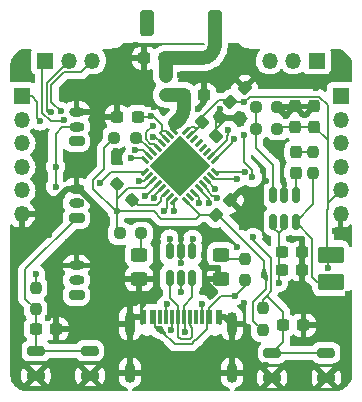
<source format=gtl>
G04 #@! TF.GenerationSoftware,KiCad,Pcbnew,8.0.8-8.0.8-0~ubuntu24.04.1*
G04 #@! TF.CreationDate,2025-01-27T21:39:09+01:00*
G04 #@! TF.ProjectId,KICad_Files,4b494361-645f-4466-996c-65732e6b6963,1*
G04 #@! TF.SameCoordinates,Original*
G04 #@! TF.FileFunction,Copper,L1,Top*
G04 #@! TF.FilePolarity,Positive*
%FSLAX46Y46*%
G04 Gerber Fmt 4.6, Leading zero omitted, Abs format (unit mm)*
G04 Created by KiCad (PCBNEW 8.0.8-8.0.8-0~ubuntu24.04.1) date 2025-01-27 21:39:09*
%MOMM*%
%LPD*%
G01*
G04 APERTURE LIST*
G04 Aperture macros list*
%AMRoundRect*
0 Rectangle with rounded corners*
0 $1 Rounding radius*
0 $2 $3 $4 $5 $6 $7 $8 $9 X,Y pos of 4 corners*
0 Add a 4 corners polygon primitive as box body*
4,1,4,$2,$3,$4,$5,$6,$7,$8,$9,$2,$3,0*
0 Add four circle primitives for the rounded corners*
1,1,$1+$1,$2,$3*
1,1,$1+$1,$4,$5*
1,1,$1+$1,$6,$7*
1,1,$1+$1,$8,$9*
0 Add four rect primitives between the rounded corners*
20,1,$1+$1,$2,$3,$4,$5,0*
20,1,$1+$1,$4,$5,$6,$7,0*
20,1,$1+$1,$6,$7,$8,$9,0*
20,1,$1+$1,$8,$9,$2,$3,0*%
%AMRotRect*
0 Rectangle, with rotation*
0 The origin of the aperture is its center*
0 $1 length*
0 $2 width*
0 $3 Rotation angle, in degrees counterclockwise*
0 Add horizontal line*
21,1,$1,$2,0,0,$3*%
G04 Aperture macros list end*
G04 #@! TA.AperFunction,Conductor*
%ADD10C,1.200000*%
G04 #@! TD*
G04 #@! TA.AperFunction,SMDPad,CuDef*
%ADD11RoundRect,0.237500X-0.237500X0.250000X-0.237500X-0.250000X0.237500X-0.250000X0.237500X0.250000X0*%
G04 #@! TD*
G04 #@! TA.AperFunction,SMDPad,CuDef*
%ADD12RoundRect,0.237500X-0.300000X-0.237500X0.300000X-0.237500X0.300000X0.237500X-0.300000X0.237500X0*%
G04 #@! TD*
G04 #@! TA.AperFunction,ComponentPad*
%ADD13R,1.350000X1.350000*%
G04 #@! TD*
G04 #@! TA.AperFunction,ComponentPad*
%ADD14O,1.350000X1.350000*%
G04 #@! TD*
G04 #@! TA.AperFunction,SMDPad,CuDef*
%ADD15RoundRect,0.237500X0.300000X0.237500X-0.300000X0.237500X-0.300000X-0.237500X0.300000X-0.237500X0*%
G04 #@! TD*
G04 #@! TA.AperFunction,SMDPad,CuDef*
%ADD16RoundRect,0.237500X-0.250000X-0.237500X0.250000X-0.237500X0.250000X0.237500X-0.250000X0.237500X0*%
G04 #@! TD*
G04 #@! TA.AperFunction,SMDPad,CuDef*
%ADD17RoundRect,0.237500X-0.044194X-0.380070X0.380070X0.044194X0.044194X0.380070X-0.380070X-0.044194X0*%
G04 #@! TD*
G04 #@! TA.AperFunction,SMDPad,CuDef*
%ADD18RoundRect,0.237500X0.237500X-0.300000X0.237500X0.300000X-0.237500X0.300000X-0.237500X-0.300000X0*%
G04 #@! TD*
G04 #@! TA.AperFunction,ComponentPad*
%ADD19RoundRect,0.200000X0.450000X-0.200000X0.450000X0.200000X-0.450000X0.200000X-0.450000X-0.200000X0*%
G04 #@! TD*
G04 #@! TA.AperFunction,ComponentPad*
%ADD20O,1.300000X0.800000*%
G04 #@! TD*
G04 #@! TA.AperFunction,SMDPad,CuDef*
%ADD21RoundRect,0.237500X0.237500X-0.250000X0.237500X0.250000X-0.237500X0.250000X-0.237500X-0.250000X0*%
G04 #@! TD*
G04 #@! TA.AperFunction,SMDPad,CuDef*
%ADD22R,0.600000X1.160000*%
G04 #@! TD*
G04 #@! TA.AperFunction,SMDPad,CuDef*
%ADD23R,0.300000X1.160000*%
G04 #@! TD*
G04 #@! TA.AperFunction,ComponentPad*
%ADD24O,0.900000X2.000000*%
G04 #@! TD*
G04 #@! TA.AperFunction,ComponentPad*
%ADD25O,0.900000X1.700000*%
G04 #@! TD*
G04 #@! TA.AperFunction,SMDPad,CuDef*
%ADD26RoundRect,0.250001X0.849999X-0.462499X0.849999X0.462499X-0.849999X0.462499X-0.849999X-0.462499X0*%
G04 #@! TD*
G04 #@! TA.AperFunction,SMDPad,CuDef*
%ADD27RoundRect,0.150000X-0.150000X0.512500X-0.150000X-0.512500X0.150000X-0.512500X0.150000X0.512500X0*%
G04 #@! TD*
G04 #@! TA.AperFunction,SMDPad,CuDef*
%ADD28RoundRect,0.250000X0.350000X0.850000X-0.350000X0.850000X-0.350000X-0.850000X0.350000X-0.850000X0*%
G04 #@! TD*
G04 #@! TA.AperFunction,SMDPad,CuDef*
%ADD29RoundRect,0.237500X0.250000X0.237500X-0.250000X0.237500X-0.250000X-0.237500X0.250000X-0.237500X0*%
G04 #@! TD*
G04 #@! TA.AperFunction,SMDPad,CuDef*
%ADD30RoundRect,0.200000X0.550000X-0.200000X0.550000X0.200000X-0.550000X0.200000X-0.550000X-0.200000X0*%
G04 #@! TD*
G04 #@! TA.AperFunction,SMDPad,CuDef*
%ADD31RoundRect,0.200000X0.525000X-0.200000X0.525000X0.200000X-0.525000X0.200000X-0.525000X-0.200000X0*%
G04 #@! TD*
G04 #@! TA.AperFunction,SMDPad,CuDef*
%ADD32RoundRect,0.218750X0.256250X-0.218750X0.256250X0.218750X-0.256250X0.218750X-0.256250X-0.218750X0*%
G04 #@! TD*
G04 #@! TA.AperFunction,SMDPad,CuDef*
%ADD33RoundRect,0.250000X0.450000X-0.325000X0.450000X0.325000X-0.450000X0.325000X-0.450000X-0.325000X0*%
G04 #@! TD*
G04 #@! TA.AperFunction,SMDPad,CuDef*
%ADD34RoundRect,0.237500X-0.344715X0.008839X0.008839X-0.344715X0.344715X-0.008839X-0.008839X0.344715X0*%
G04 #@! TD*
G04 #@! TA.AperFunction,SMDPad,CuDef*
%ADD35RoundRect,0.237500X-0.380070X0.044194X0.044194X-0.380070X0.380070X-0.044194X-0.044194X0.380070X0*%
G04 #@! TD*
G04 #@! TA.AperFunction,SMDPad,CuDef*
%ADD36RoundRect,0.062500X-0.282843X0.194454X0.194454X-0.282843X0.282843X-0.194454X-0.194454X0.282843X0*%
G04 #@! TD*
G04 #@! TA.AperFunction,SMDPad,CuDef*
%ADD37RoundRect,0.062500X-0.282843X-0.194454X-0.194454X-0.282843X0.282843X0.194454X0.194454X0.282843X0*%
G04 #@! TD*
G04 #@! TA.AperFunction,HeatsinkPad*
%ADD38RotRect,3.700000X3.700000X315.000000*%
G04 #@! TD*
G04 #@! TA.AperFunction,SMDPad,CuDef*
%ADD39RoundRect,0.237500X-0.237500X0.300000X-0.237500X-0.300000X0.237500X-0.300000X0.237500X0.300000X0*%
G04 #@! TD*
G04 #@! TA.AperFunction,ViaPad*
%ADD40C,0.600000*%
G04 #@! TD*
G04 #@! TA.AperFunction,Conductor*
%ADD41C,0.200000*%
G04 #@! TD*
G04 #@! TA.AperFunction,Conductor*
%ADD42C,0.500000*%
G04 #@! TD*
G04 #@! TA.AperFunction,Conductor*
%ADD43C,1.000000*%
G04 #@! TD*
G04 APERTURE END LIST*
D10*
X109650001Y-84600001D02*
G75*
G02*
X108550001Y-85700001I-1100001J1D01*
G01*
D11*
X94500001Y-105137501D03*
X94500001Y-106962501D03*
D12*
X115437501Y-108300001D03*
X117162501Y-108300001D03*
D13*
X120300001Y-88900001D03*
D14*
X120300001Y-90900001D03*
X120300001Y-92900001D03*
X120300001Y-94900001D03*
X120300001Y-96900001D03*
X120300001Y-98900001D03*
D15*
X105400001Y-85700001D03*
X103675001Y-85700001D03*
D16*
X101612501Y-100525001D03*
X103437501Y-100525001D03*
D12*
X94512501Y-108625001D03*
X96237501Y-108625001D03*
D17*
X110965121Y-89434881D03*
X112184881Y-88215121D03*
D18*
X116525001Y-95387501D03*
X116525001Y-93662501D03*
D19*
X97950001Y-105750001D03*
D20*
X97950001Y-104500001D03*
X97950001Y-103250001D03*
D13*
X95300001Y-85900001D03*
D14*
X97300001Y-85900001D03*
X99300001Y-85900001D03*
D21*
X113700001Y-108712501D03*
X113700001Y-106887501D03*
D22*
X103600001Y-107590001D03*
X104400001Y-107590001D03*
D23*
X105550001Y-107590001D03*
X106550001Y-107590001D03*
X107050001Y-107590001D03*
X108050001Y-107590001D03*
D22*
X109200001Y-107590001D03*
X110000001Y-107590001D03*
X110000001Y-107590001D03*
X109200001Y-107590001D03*
D23*
X108550001Y-107590001D03*
X107550001Y-107590001D03*
X106050001Y-107590001D03*
X105050001Y-107590001D03*
D22*
X104400001Y-107590001D03*
X103600001Y-107590001D03*
D24*
X102480001Y-108170001D03*
D25*
X102480001Y-112340001D03*
D24*
X111120001Y-108170001D03*
D25*
X111120001Y-112340001D03*
D13*
X118300001Y-85900001D03*
D14*
X116300001Y-85900001D03*
X114300001Y-85900001D03*
D19*
X97950001Y-99250001D03*
D20*
X97950001Y-98000001D03*
X97950001Y-96750001D03*
D26*
X119500001Y-104662501D03*
X119500001Y-102337501D03*
D11*
X118000001Y-93612501D03*
X118000001Y-95437501D03*
D27*
X116500001Y-97300001D03*
X115550001Y-97300001D03*
X114600001Y-97300001D03*
X114600001Y-99575001D03*
X115550001Y-99575001D03*
X116500001Y-99575001D03*
D28*
X109650001Y-82700001D03*
X103950001Y-82700001D03*
D13*
X93300001Y-88900001D03*
D14*
X93300001Y-90900001D03*
X93300001Y-92900001D03*
X93300001Y-94900001D03*
X93300001Y-96900001D03*
X93300001Y-98900001D03*
D16*
X101137501Y-92425001D03*
X102962501Y-92425001D03*
D29*
X114962501Y-91675001D03*
X113137501Y-91675001D03*
D30*
X114500001Y-112750001D03*
X119100001Y-112750001D03*
D31*
X114525001Y-110650001D03*
X119050001Y-110650001D03*
D32*
X105500001Y-88787501D03*
X105500001Y-87212501D03*
D29*
X114962501Y-89875001D03*
X113137501Y-89875001D03*
D33*
X103250001Y-104375001D03*
X103250001Y-102325001D03*
D27*
X107750001Y-102062501D03*
X106800001Y-102062501D03*
X105850001Y-102062501D03*
X105850001Y-104337501D03*
X106800001Y-104337501D03*
X107750001Y-104337501D03*
D19*
X97950001Y-92750001D03*
D20*
X97950001Y-91500001D03*
X97950001Y-90250001D03*
D17*
X109765121Y-98959881D03*
X110984881Y-97740121D03*
D15*
X103112502Y-90650001D03*
X101387500Y-90650001D03*
D33*
X110200001Y-104400001D03*
X110200001Y-102350001D03*
D34*
X101379766Y-96379766D03*
X102670236Y-97670236D03*
D35*
X108540121Y-91065121D03*
X109759881Y-92284881D03*
D11*
X112200001Y-102687501D03*
X112200001Y-104512501D03*
D12*
X107037501Y-88800001D03*
X108762501Y-88800001D03*
D36*
X106226317Y-91851444D03*
X105872764Y-92204997D03*
X105519210Y-92558550D03*
X105165657Y-92912104D03*
X104812104Y-93265657D03*
X104458550Y-93619210D03*
X104104997Y-93972764D03*
X103751444Y-94326317D03*
D37*
X103751444Y-95316267D03*
X104104997Y-95669820D03*
X104458550Y-96023374D03*
X104812104Y-96376927D03*
X105165657Y-96730480D03*
X105519210Y-97084034D03*
X105872764Y-97437587D03*
X106226317Y-97791140D03*
D36*
X107216267Y-97791140D03*
X107569820Y-97437587D03*
X107923374Y-97084034D03*
X108276927Y-96730480D03*
X108630480Y-96376927D03*
X108984034Y-96023374D03*
X109337587Y-95669820D03*
X109691140Y-95316267D03*
D37*
X109691140Y-94326317D03*
X109337587Y-93972764D03*
X108984034Y-93619210D03*
X108630480Y-93265657D03*
X108276927Y-92912104D03*
X107923374Y-92558550D03*
X107569820Y-92204997D03*
X107216267Y-91851444D03*
D38*
X106721292Y-94821292D03*
D39*
X116450001Y-89787501D03*
X116450001Y-91512501D03*
D15*
X117037501Y-102150001D03*
X115312501Y-102150001D03*
X117037501Y-103625001D03*
X115312501Y-103625001D03*
D39*
X118050001Y-89787501D03*
X118050001Y-91512501D03*
D30*
X94500001Y-112575001D03*
X99100001Y-112575001D03*
D31*
X94525001Y-110475001D03*
X99050001Y-110475001D03*
D40*
X96171620Y-94879852D03*
X106800001Y-105525001D03*
X105000001Y-108670003D03*
X111400001Y-105800001D03*
X96174266Y-96574266D03*
X115075001Y-104725001D03*
X100400001Y-88300001D03*
X112000001Y-97000001D03*
X118200001Y-88200001D03*
X99800001Y-90400001D03*
X104100001Y-88900001D03*
X111000001Y-85000001D03*
X109900001Y-86700001D03*
X109075001Y-109825001D03*
X100000001Y-106000001D03*
X95600001Y-100700001D03*
X105075001Y-109925001D03*
X100100001Y-102200001D03*
X96800001Y-88300001D03*
X105400001Y-90200001D03*
X104100001Y-87000001D03*
X93400001Y-107700001D03*
X104500001Y-89800001D03*
X100100001Y-100700001D03*
X110000001Y-100300001D03*
X101400001Y-85100001D03*
X108900001Y-87100001D03*
X108200001Y-90000001D03*
X112700001Y-85300001D03*
X106338967Y-94438976D03*
X119800001Y-100300001D03*
X106825001Y-101025001D03*
X110071187Y-90008193D03*
X112425001Y-108450001D03*
X107800001Y-87100001D03*
X117000001Y-101000001D03*
X108775001Y-102350001D03*
X113400001Y-87400001D03*
X106774601Y-92846001D03*
X93800001Y-87200001D03*
X106775001Y-103025001D03*
X113600001Y-99700001D03*
X106700001Y-87100001D03*
X114000001Y-96100001D03*
X101200001Y-106000001D03*
X93800001Y-85300001D03*
X111900001Y-85000001D03*
X95800001Y-98100001D03*
X101300001Y-93562501D03*
X102400001Y-86300001D03*
X100800001Y-85600001D03*
X95500001Y-107700001D03*
X115400001Y-96000001D03*
X112000001Y-98500001D03*
X98400001Y-101300001D03*
X104300001Y-106000001D03*
X104800001Y-101900001D03*
X112150001Y-106425001D03*
X112000001Y-90900001D03*
X99800001Y-92500001D03*
X95600001Y-103000001D03*
X113950001Y-111675001D03*
X110600001Y-86000001D03*
X111500001Y-101700001D03*
X104400001Y-88000001D03*
X100000001Y-107700001D03*
X107281587Y-96324787D03*
X103100001Y-86900001D03*
X115400001Y-105800001D03*
X109948600Y-103425001D03*
X112000001Y-100000001D03*
X97200001Y-101300001D03*
X109600001Y-87700001D03*
X119300001Y-87300001D03*
X115300001Y-93500001D03*
X109687881Y-105473594D03*
X92700001Y-100500001D03*
X105300001Y-94500001D03*
X114500001Y-93500001D03*
X102400001Y-85200001D03*
X103000001Y-84600001D03*
X101200001Y-107700001D03*
X120900001Y-105700001D03*
X115668751Y-90568751D03*
X110100001Y-88400001D03*
X92600001Y-87200001D03*
X120900001Y-100300001D03*
X116000001Y-101000001D03*
X117300001Y-90500001D03*
X121000001Y-87500001D03*
X119275001Y-103450002D03*
X113825001Y-104047401D03*
X94500001Y-104000001D03*
X112115121Y-89434881D03*
X101379766Y-98650001D03*
X104273332Y-90619226D03*
X109164667Y-97943838D03*
X104460505Y-92333699D03*
X109844395Y-97521968D03*
X108550001Y-106550001D03*
X105575001Y-106550001D03*
X94875001Y-91023528D03*
X99935050Y-96289952D03*
X103250001Y-96100001D03*
X96901231Y-90945827D03*
X112840643Y-95793762D03*
X112105446Y-92239654D03*
X102902674Y-93432683D03*
X112899266Y-100850736D03*
X110786775Y-91775001D03*
X105850001Y-101000001D03*
X111322201Y-92550001D03*
X107775001Y-101025001D03*
X105950001Y-108750001D03*
X107150001Y-108900001D03*
X108323651Y-97951352D03*
X104386517Y-91411181D03*
X109687501Y-96737501D03*
X96611769Y-90200029D03*
X104539542Y-97526491D03*
X111544995Y-95916267D03*
X95814491Y-90265961D03*
X103749710Y-97399332D03*
X112175001Y-95350001D03*
X105325736Y-98625736D03*
X102575001Y-94162501D03*
X106200001Y-98600001D03*
D41*
X116500001Y-97300001D02*
X116500001Y-95412501D01*
X116500001Y-95412501D02*
X116525001Y-95387501D01*
X117950001Y-93662501D02*
X118000001Y-93612501D01*
X116525001Y-93662501D02*
X117950001Y-93662501D01*
X115050001Y-100500001D02*
X114600001Y-100050001D01*
X96171620Y-92103382D02*
X96171620Y-94879852D01*
X109000001Y-108590687D02*
X109000001Y-107790001D01*
X96171620Y-94879852D02*
X96171620Y-96571620D01*
X109200001Y-106810001D02*
X110210001Y-105800001D01*
X108150001Y-109440687D02*
X109000001Y-108590687D01*
X96171620Y-96571620D02*
X96174266Y-96574266D01*
X107925001Y-109665686D02*
X108150001Y-109440687D01*
X109000001Y-107790001D02*
X109200001Y-107590001D01*
X107690687Y-109900001D02*
X107925001Y-109665686D01*
X112200001Y-105000001D02*
X112200001Y-104512501D01*
X106251472Y-109900001D02*
X107690687Y-109900001D01*
X115312501Y-103625001D02*
X115075001Y-103387501D01*
X111400001Y-105800001D02*
X112200001Y-105000001D01*
X106800001Y-105525001D02*
X106800001Y-104337501D01*
X104500001Y-107490001D02*
X104400001Y-107590001D01*
X105200003Y-108470001D02*
X105200003Y-108848532D01*
X115075001Y-103862501D02*
X115312501Y-103625001D01*
X115075001Y-103387501D02*
X115075001Y-102387501D01*
X109200001Y-107590001D02*
X109200001Y-106810001D01*
X115550001Y-100075001D02*
X115125001Y-100500001D01*
X105000001Y-108670003D02*
X105200003Y-108470001D01*
X114600001Y-100050001D02*
X114600001Y-99575001D01*
X110210001Y-105800001D02*
X111400001Y-105800001D01*
X115550001Y-99575001D02*
X115550001Y-100075001D01*
X115075001Y-102387501D02*
X115312501Y-102150001D01*
X104560001Y-107750001D02*
X104560001Y-108430001D01*
X97904175Y-91545827D02*
X96729175Y-91545827D01*
X96729175Y-91545827D02*
X96171620Y-92103382D01*
X115312501Y-102150001D02*
X115050001Y-101887501D01*
X104560001Y-108430001D02*
X104800003Y-108670003D01*
X115075001Y-104725001D02*
X115075001Y-103862501D01*
X104400001Y-107590001D02*
X104560001Y-107750001D01*
X97950001Y-91500001D02*
X97904175Y-91545827D01*
X105200003Y-108848532D02*
X106251472Y-109900001D01*
X104800003Y-108670003D02*
X105000001Y-108670003D01*
X115125001Y-100500001D02*
X115050001Y-100500001D01*
X115050001Y-101887501D02*
X115050001Y-100500001D01*
D42*
X106338976Y-94438976D02*
X106721292Y-94821292D01*
X106338967Y-94438976D02*
X106338976Y-94438976D01*
D41*
X117300001Y-90500001D02*
X117337501Y-90500001D01*
X115668751Y-90568751D02*
X115656251Y-90568751D01*
X109759881Y-92284881D02*
X109759881Y-90319499D01*
D42*
X111120001Y-108170001D02*
X111120001Y-109680001D01*
D41*
X108745869Y-84499989D02*
X108745857Y-84500001D01*
X110531329Y-90900001D02*
X112000001Y-90900001D01*
D42*
X100100001Y-98697919D02*
X100100001Y-100700001D01*
X97950001Y-96750001D02*
X98152083Y-96750001D01*
X110000001Y-107590001D02*
X110540001Y-107590001D01*
D41*
X108745857Y-84500001D02*
X103100001Y-84500001D01*
D42*
X105621292Y-94821292D02*
X105300001Y-94500001D01*
X109648594Y-105473594D02*
X108975001Y-104800001D01*
D41*
X106800001Y-102062501D02*
X106800001Y-103000001D01*
X106800001Y-102062501D02*
X106800001Y-101050001D01*
X109759881Y-91671449D02*
X110531329Y-90900001D01*
X109687881Y-105473594D02*
X109648594Y-105473594D01*
D42*
X109948600Y-103425001D02*
X109948600Y-104148600D01*
D41*
X108745869Y-84498628D02*
X108745869Y-84499989D01*
D42*
X111120001Y-108170001D02*
X111830001Y-108170001D01*
D41*
X109759881Y-90319499D02*
X110071187Y-90008193D01*
D42*
X115668751Y-90568751D02*
X116450001Y-89787501D01*
D41*
X109759881Y-92284881D02*
X109759881Y-91671449D01*
D42*
X111100001Y-109700001D02*
X111120001Y-109680001D01*
X117337501Y-90500001D02*
X118050001Y-89787501D01*
X109948600Y-103425001D02*
X109100001Y-103425001D01*
D41*
X110312501Y-104512501D02*
X110200001Y-104400001D01*
D42*
X117162501Y-90500001D02*
X116450001Y-89787501D01*
X110540001Y-107590001D02*
X111120001Y-108170001D01*
D41*
X109948600Y-104148600D02*
X110200001Y-104400001D01*
X106800001Y-103000001D02*
X106775001Y-103025001D01*
D42*
X98152083Y-96750001D02*
X100100001Y-98697919D01*
X115656251Y-90568751D02*
X114962501Y-89875001D01*
X97950001Y-96750001D02*
X97150001Y-96750001D01*
X106721292Y-94821292D02*
X105621292Y-94821292D01*
D41*
X106800001Y-101050001D02*
X106825001Y-101025001D01*
X103100001Y-84500001D02*
X103000001Y-84600001D01*
D42*
X108762501Y-88800001D02*
X108762501Y-89437501D01*
X97150001Y-96750001D02*
X95800001Y-98100001D01*
X109236474Y-105925001D02*
X109687881Y-105473594D01*
D41*
X109225001Y-105925001D02*
X109236474Y-105925001D01*
D42*
X108762501Y-89437501D02*
X108200001Y-90000001D01*
D41*
X109100001Y-103425001D02*
X109075001Y-103400001D01*
X117300001Y-90500001D02*
X117162501Y-90500001D01*
X109934881Y-98959881D02*
X109765121Y-98959881D01*
X104475001Y-98650001D02*
X105125001Y-99300001D01*
X104443091Y-90619226D02*
X105175001Y-91351136D01*
X119200001Y-92662501D02*
X118050001Y-91512501D01*
X108116117Y-91716117D02*
X107648529Y-92183706D01*
X119500001Y-102337501D02*
X119175001Y-102012501D01*
X104273332Y-90619226D02*
X104443091Y-90619226D01*
X108890121Y-90942113D02*
X108116117Y-91716117D01*
X110000001Y-89225001D02*
X108540121Y-90684881D01*
X103112502Y-90650001D02*
X104242557Y-90650001D01*
X108044888Y-99300001D02*
X108385008Y-98959881D01*
X119200001Y-98000001D02*
X119287501Y-97912501D01*
X101379766Y-98650001D02*
X101250001Y-98650001D01*
X99710050Y-95689952D02*
X100300001Y-95100001D01*
X112925001Y-106359315D02*
X112925001Y-107937501D01*
X115125001Y-91512501D02*
X114962501Y-91675001D01*
X119275001Y-103450002D02*
X119275001Y-102562501D01*
X103781923Y-96700001D02*
X102325001Y-96700001D01*
X102325001Y-96700001D02*
X101379766Y-97645236D01*
X99335050Y-96735050D02*
X99335050Y-96041423D01*
X119287501Y-97912501D02*
X120300001Y-96900001D01*
X108385008Y-98959881D02*
X109765121Y-98959881D01*
X112925001Y-107937501D02*
X113700001Y-108712501D01*
X105175001Y-91825001D02*
X105492768Y-91825001D01*
X108116117Y-91716117D02*
X107900001Y-91500001D01*
X118516723Y-88950001D02*
X112600001Y-88950001D01*
X119200001Y-89633279D02*
X118516723Y-88950001D01*
X119175001Y-102012501D02*
X119175001Y-98525001D01*
X107216267Y-97791140D02*
X108385008Y-98959881D01*
X118050001Y-91512501D02*
X116450001Y-91512501D01*
X104242557Y-90650001D02*
X104273332Y-90619226D01*
X99335050Y-96041423D02*
X99686521Y-95689952D01*
X101379766Y-96379766D02*
X101379766Y-98800001D01*
X105492768Y-91825001D02*
X105872764Y-92204997D01*
X101379766Y-98650001D02*
X104475001Y-98650001D01*
X107625128Y-91500001D02*
X107294976Y-91830153D01*
X105508550Y-92558550D02*
X104975001Y-92025001D01*
X99686521Y-95689952D02*
X99710050Y-95689952D01*
X113825001Y-102850001D02*
X109934881Y-98959881D01*
X101379766Y-98650001D02*
X101379766Y-98800001D01*
X108540121Y-90684881D02*
X108540121Y-91065121D01*
X105125001Y-99300001D02*
X108044888Y-99300001D01*
X104410942Y-96023374D02*
X104458550Y-96023374D01*
X113825001Y-104047401D02*
X113825001Y-102850001D01*
X112115121Y-89434881D02*
X110965121Y-89434881D01*
X112600001Y-88950001D02*
X112115121Y-89434881D01*
X101379766Y-100292266D02*
X101612501Y-100525001D01*
X101379766Y-98800001D02*
X101379766Y-100292266D01*
X105175001Y-91351136D02*
X105175001Y-91825001D01*
X113825001Y-104047401D02*
X114025001Y-104247401D01*
X110965121Y-89434881D02*
X110755241Y-89225001D01*
X104458550Y-96023374D02*
X103781923Y-96700001D01*
X114025001Y-104247401D02*
X114025001Y-105259315D01*
X116450001Y-91512501D02*
X115125001Y-91512501D01*
X105519210Y-92558550D02*
X105508550Y-92558550D01*
X119200001Y-98500001D02*
X119200001Y-98000001D01*
X101250001Y-98650001D02*
X99335050Y-96735050D01*
X114025001Y-105259315D02*
X112925001Y-106359315D01*
X100300001Y-93262501D02*
X101137501Y-92425001D01*
X119175001Y-98525001D02*
X119200001Y-98500001D01*
X110755241Y-89225001D02*
X110000001Y-89225001D01*
X104975001Y-92025001D02*
X105175001Y-91825001D01*
X94500001Y-105137501D02*
X94500001Y-104000001D01*
X119200001Y-98000001D02*
X119200001Y-92662501D01*
X107900001Y-91500001D02*
X107625128Y-91500001D01*
X100300001Y-95100001D02*
X100300001Y-93262501D01*
X108890121Y-90915121D02*
X108890121Y-90942113D01*
X119275001Y-102562501D02*
X119500001Y-102337501D01*
X119200001Y-92662501D02*
X119200001Y-89633279D01*
X101379766Y-97645236D02*
X101379766Y-98650001D01*
X110537501Y-102687501D02*
X110200001Y-102350001D01*
X112200001Y-102687501D02*
X110537501Y-102687501D01*
X103437501Y-102137501D02*
X103250001Y-102325001D01*
X103437501Y-100525001D02*
X103437501Y-102137501D01*
X108687501Y-97141054D02*
X108687501Y-97151716D01*
X109164667Y-97628882D02*
X109164667Y-97943838D01*
X108276927Y-96730480D02*
X108687501Y-97141054D01*
X108687501Y-97151716D02*
X109164667Y-97628882D01*
X104587252Y-92333699D02*
X105165657Y-92912104D01*
X104460505Y-92333699D02*
X104587252Y-92333699D01*
X109087501Y-96833948D02*
X108630480Y-96376927D01*
X109438972Y-97337501D02*
X109087501Y-96986030D01*
X109087501Y-96986030D02*
X109087501Y-96833948D01*
X118300001Y-85900001D02*
X118300001Y-86200001D01*
X109659928Y-97337501D02*
X109438972Y-97337501D01*
X109844395Y-97521968D02*
X109659928Y-97337501D01*
X108550001Y-107590001D02*
X108550001Y-106550001D01*
X105550001Y-106575001D02*
X105575001Y-106550001D01*
X105550001Y-107590001D02*
X105550001Y-106575001D01*
X94625001Y-90773528D02*
X94625001Y-89375001D01*
X100883735Y-95316267D02*
X103751444Y-95316267D01*
X99935050Y-96289952D02*
X99935050Y-96264952D01*
X94875001Y-91023528D02*
X94625001Y-90773528D01*
X94150001Y-88900001D02*
X93300001Y-88900001D01*
X99935050Y-96264952D02*
X100883735Y-95316267D01*
X94625001Y-89375001D02*
X94150001Y-88900001D01*
X103751444Y-95316267D02*
X103567710Y-95500001D01*
X95025001Y-90325001D02*
X95025001Y-86175001D01*
X103674816Y-96100001D02*
X104104997Y-95669820D01*
X103250001Y-96100001D02*
X103674816Y-96100001D01*
X95750001Y-91050001D02*
X95025001Y-90325001D01*
X96901231Y-90945827D02*
X96797057Y-91050001D01*
X96797057Y-91050001D02*
X95750001Y-91050001D01*
X95025001Y-86175001D02*
X95300001Y-85900001D01*
X115437501Y-108300001D02*
X115437501Y-107187501D01*
X112840643Y-95793762D02*
X112840643Y-95167114D01*
X114425001Y-105425001D02*
X114050001Y-105800001D01*
X115437501Y-109737501D02*
X115437501Y-108300001D01*
X112899266Y-101133580D02*
X114425001Y-102659315D01*
X114050001Y-105800001D02*
X113700001Y-106150001D01*
X112899266Y-100850736D02*
X112899266Y-101133580D01*
X112400001Y-94750001D02*
X112105446Y-94455446D01*
X114425001Y-102659315D02*
X114425001Y-105425001D01*
X114050001Y-105800001D02*
X115437501Y-107187501D01*
X114525001Y-110650001D02*
X115437501Y-109737501D01*
X112105446Y-94455446D02*
X112105446Y-92239654D01*
X113700001Y-106150001D02*
X113700001Y-106887501D01*
X103564916Y-93432683D02*
X104104997Y-93972764D01*
X102902674Y-93432683D02*
X103564916Y-93432683D01*
X112423530Y-94750001D02*
X112400001Y-94750001D01*
X113825001Y-106762501D02*
X113700001Y-106887501D01*
X112840643Y-95167114D02*
X112423530Y-94750001D01*
X114525001Y-110650001D02*
X119050001Y-110650001D01*
X113137501Y-91675001D02*
X113137501Y-89875001D01*
X113137501Y-91675001D02*
X113137501Y-93287501D01*
X113137501Y-93287501D02*
X114600001Y-94750001D01*
X114600001Y-94750001D02*
X114600001Y-97300001D01*
X118000001Y-95437501D02*
X118000001Y-98075001D01*
X118337501Y-104662501D02*
X117925001Y-104250001D01*
X117925001Y-104250001D02*
X117925001Y-101000001D01*
X117925001Y-101000001D02*
X116500001Y-99575001D01*
X119500001Y-104662501D02*
X118337501Y-104662501D01*
X118000001Y-98075001D02*
X116500001Y-99575001D01*
X110786775Y-92236898D02*
X110722201Y-92301472D01*
X110722201Y-92588150D02*
X109337587Y-93972764D01*
X105925001Y-101987501D02*
X105850001Y-102062501D01*
X110722201Y-92301472D02*
X110722201Y-92588150D01*
X105850001Y-101000001D02*
X105850001Y-102062501D01*
X110786775Y-91775001D02*
X110786775Y-92236898D01*
X104046290Y-93333699D02*
X103137592Y-92425001D01*
X104458550Y-93619210D02*
X104173039Y-93333699D01*
X103137592Y-92425001D02*
X102962501Y-92425001D01*
X104173039Y-93333699D02*
X104046290Y-93333699D01*
X105139542Y-97463702D02*
X105139542Y-97775020D01*
X105519210Y-97084034D02*
X105139542Y-97463702D01*
X105139542Y-97775020D02*
X104764561Y-98150001D01*
X104764561Y-98150001D02*
X103150001Y-98150001D01*
X103150001Y-98150001D02*
X102670236Y-97670236D01*
X111100001Y-92917456D02*
X109691140Y-94326317D01*
X111100001Y-92772201D02*
X111100001Y-92917456D01*
X107750001Y-101050001D02*
X107775001Y-101025001D01*
X107750001Y-102062501D02*
X107750001Y-101050001D01*
X111322201Y-92550001D02*
X111100001Y-92772201D01*
X107750001Y-102062501D02*
X107887501Y-102062501D01*
X107550001Y-108325001D02*
X107750001Y-108525001D01*
X106775001Y-109500001D02*
X106550001Y-109275001D01*
X107550001Y-107590001D02*
X107550001Y-108325001D01*
X107750001Y-108525001D02*
X107750001Y-109275001D01*
X106550001Y-109275001D02*
X106550001Y-107590001D01*
X105850001Y-105975001D02*
X106550001Y-106675001D01*
X107750001Y-109275001D02*
X107525001Y-109500001D01*
X105850001Y-104337501D02*
X105850001Y-105975001D01*
X106550001Y-106675001D02*
X106550001Y-107590001D01*
X107525001Y-109500001D02*
X106775001Y-109500001D01*
X107750001Y-105950001D02*
X107050001Y-106650001D01*
X107050001Y-106650001D02*
X107050001Y-107590001D01*
X107750001Y-104337501D02*
X107750001Y-105950001D01*
X105950001Y-108750001D02*
X106000001Y-108700001D01*
X107100001Y-108850001D02*
X107100001Y-107640001D01*
X107100001Y-107640001D02*
X107050001Y-107590001D01*
X106000001Y-107640001D02*
X106050001Y-107590001D01*
X107150001Y-108900001D02*
X107100001Y-108850001D01*
X106000001Y-108700001D02*
X106000001Y-107640001D01*
X107923374Y-97084034D02*
X108323651Y-97484311D01*
X108323651Y-97484311D02*
X108323651Y-97951352D01*
X104211976Y-92933699D02*
X103860505Y-92582228D01*
X103860505Y-92582228D02*
X103860505Y-91937193D01*
X103860505Y-91937193D02*
X104386517Y-91411181D01*
X93300001Y-90975001D02*
X93275001Y-91000001D01*
X104812104Y-93265657D02*
X104480146Y-92933699D01*
X93300001Y-90900001D02*
X93300001Y-90975001D01*
X104480146Y-92933699D02*
X104211976Y-92933699D01*
X109687501Y-96737501D02*
X108984034Y-96034034D01*
X108984034Y-96034034D02*
X108984034Y-96023374D01*
X95825001Y-87940687D02*
X96865687Y-86900001D01*
X104539542Y-97356595D02*
X105165657Y-96730480D01*
X96611769Y-90200029D02*
X95825001Y-89413261D01*
X98300001Y-86900001D02*
X99300001Y-85900001D01*
X95825001Y-89413261D02*
X95825001Y-87940687D01*
X104539542Y-97526491D02*
X104539542Y-97356595D01*
X96865687Y-86900001D02*
X98300001Y-86900001D01*
X105165657Y-96730480D02*
X105165657Y-96734345D01*
X109630601Y-95962834D02*
X109337587Y-95669820D01*
X111498428Y-95962834D02*
X109630601Y-95962834D01*
X111544995Y-95916267D02*
X111498428Y-95962834D01*
X95814491Y-90265961D02*
X95531647Y-90265961D01*
X104519090Y-96698414D02*
X103818172Y-97399332D01*
X104519090Y-96669941D02*
X104519090Y-96698414D01*
X104812104Y-96376927D02*
X104519090Y-96669941D01*
X95531647Y-90265961D02*
X95425001Y-90159315D01*
X95425001Y-87775001D02*
X97300001Y-85900001D01*
X95425001Y-90159315D02*
X95425001Y-87775001D01*
X103818172Y-97399332D02*
X103749710Y-97399332D01*
X112141267Y-95316267D02*
X109691140Y-95316267D01*
X112175001Y-95350001D02*
X112141267Y-95316267D01*
D10*
X105400001Y-85700001D02*
X108600001Y-85700001D01*
X109650001Y-84650001D02*
X109650001Y-82700001D01*
D43*
X105500001Y-85800001D02*
X105400001Y-85700001D01*
D10*
X105500001Y-87212501D02*
X105500001Y-85800001D01*
D41*
X93625001Y-106087501D02*
X94500001Y-106962501D01*
X105325736Y-98625736D02*
X105600001Y-98351471D01*
X105579750Y-97730601D02*
X105872764Y-97437587D01*
X94500001Y-106962501D02*
X94500001Y-108612501D01*
X105600001Y-98351471D02*
X105600001Y-98154774D01*
X97950001Y-99250001D02*
X93625001Y-103575001D01*
X94525001Y-108637501D02*
X94512501Y-108625001D01*
X93625001Y-103575001D02*
X93625001Y-106087501D01*
X105579750Y-98134523D02*
X105579750Y-97730601D01*
X94500001Y-108612501D02*
X94512501Y-108625001D01*
X94525001Y-110475001D02*
X94525001Y-108637501D01*
X105600001Y-98154774D02*
X105579750Y-98134523D01*
X99050001Y-110475001D02*
X94525001Y-110475001D01*
D10*
X107037501Y-89962501D02*
X107037501Y-88800001D01*
D43*
X105512501Y-88800001D02*
X105500001Y-88787501D01*
D10*
X107037501Y-88800001D02*
X105512501Y-88800001D01*
X106683947Y-90816054D02*
X106322024Y-91177978D01*
X106683947Y-90816054D02*
G75*
G03*
X107037503Y-89962500I-853547J853554D01*
G01*
D41*
X102587501Y-94150001D02*
X103575128Y-94150001D01*
X103575128Y-94150001D02*
X103751444Y-94326317D01*
X102575001Y-94162501D02*
X102587501Y-94150001D01*
X106200001Y-98600001D02*
X106226317Y-98573685D01*
X106226317Y-98573685D02*
X106226317Y-97791140D01*
G04 #@! TA.AperFunction,Conductor*
G36*
X113925091Y-103450828D02*
G01*
X113927808Y-103455088D01*
X114098331Y-103922095D01*
X114097950Y-103931042D01*
X114091852Y-103936904D01*
X113829512Y-104046516D01*
X113820557Y-104046543D01*
X113820490Y-104046516D01*
X113558149Y-103936904D01*
X113551837Y-103930552D01*
X113551670Y-103922098D01*
X113722194Y-103455087D01*
X113728250Y-103448492D01*
X113733184Y-103447401D01*
X113916818Y-103447401D01*
X113925091Y-103450828D01*
G37*
G04 #@! TD.AperFunction*
G04 #@! TA.AperFunction,Conductor*
G36*
X114112841Y-104047360D02*
G01*
X114121102Y-104050814D01*
X114124501Y-104059060D01*
X114124501Y-104555939D01*
X114121074Y-104564212D01*
X114112801Y-104567639D01*
X113929803Y-104567639D01*
X113921584Y-104564266D01*
X113897418Y-104540412D01*
X113621229Y-104267785D01*
X113617749Y-104259536D01*
X113621122Y-104251241D01*
X113821556Y-104049862D01*
X113829818Y-104046417D01*
X114112841Y-104047360D01*
G37*
G04 #@! TD.AperFunction*
G04 #@! TA.AperFunction,Conductor*
G36*
X102032920Y-93163284D02*
G01*
X102088853Y-93205155D01*
X102113271Y-93270619D01*
X102112807Y-93293349D01*
X102097109Y-93432678D01*
X102097109Y-93432681D01*
X102098082Y-93441320D01*
X102086025Y-93510142D01*
X102062543Y-93542881D01*
X101945184Y-93660240D01*
X101849212Y-93812977D01*
X101789632Y-93983246D01*
X101789631Y-93983251D01*
X101769436Y-94162497D01*
X101769436Y-94162504D01*
X101789631Y-94341750D01*
X101789632Y-94341755D01*
X101849213Y-94512026D01*
X101857865Y-94525796D01*
X101876865Y-94593033D01*
X101856497Y-94659868D01*
X101803228Y-94705081D01*
X101752871Y-94715767D01*
X101024501Y-94715767D01*
X100957462Y-94696082D01*
X100911707Y-94643278D01*
X100900501Y-94591767D01*
X100900501Y-93562598D01*
X100920186Y-93495559D01*
X100936820Y-93474917D01*
X100974918Y-93436819D01*
X101036241Y-93403334D01*
X101062599Y-93400500D01*
X101436671Y-93400500D01*
X101436677Y-93400500D01*
X101537754Y-93390175D01*
X101701517Y-93335909D01*
X101848351Y-93245341D01*
X101901907Y-93191784D01*
X101963228Y-93158300D01*
X102032920Y-93163284D01*
G37*
G04 #@! TD.AperFunction*
G04 #@! TA.AperFunction,Conductor*
G36*
X104660312Y-108351470D02*
G01*
X104830742Y-108360768D01*
X104832344Y-108360971D01*
X104880253Y-108370501D01*
X104880254Y-108370501D01*
X104988301Y-108370501D01*
X104996574Y-108373928D01*
X105000001Y-108382201D01*
X105000001Y-108663159D01*
X104996574Y-108671432D01*
X104992745Y-108673982D01*
X104732094Y-108781006D01*
X104723139Y-108780979D01*
X104717646Y-108776250D01*
X104654072Y-108671432D01*
X104470777Y-108369221D01*
X104469417Y-108360371D01*
X104474714Y-108353150D01*
X104480781Y-108351454D01*
X104659676Y-108351454D01*
X104660312Y-108351470D01*
G37*
G04 #@! TD.AperFunction*
G04 #@! TA.AperFunction,Conductor*
G36*
X105276046Y-108559361D02*
G01*
X105282012Y-108564949D01*
X105499831Y-109003151D01*
X105500445Y-109012085D01*
X105497627Y-109016632D01*
X105367762Y-109146497D01*
X105359489Y-109149924D01*
X105354870Y-109148974D01*
X104895772Y-108951711D01*
X104889524Y-108945296D01*
X104889567Y-108936519D01*
X104997437Y-108673817D01*
X105003747Y-108667467D01*
X105267092Y-108559334D01*
X105276046Y-108559361D01*
G37*
G04 #@! TD.AperFunction*
G04 #@! TA.AperFunction,Conductor*
G36*
X95510720Y-91607569D02*
G01*
X95518214Y-91609577D01*
X95518216Y-91609578D01*
X95574390Y-91624630D01*
X95634050Y-91660995D01*
X95664578Y-91723842D01*
X95656283Y-91793218D01*
X95649686Y-91806398D01*
X95648248Y-91808889D01*
X95648244Y-91808896D01*
X95612043Y-91871596D01*
X95604432Y-91900001D01*
X95571119Y-92024325D01*
X95571119Y-92024327D01*
X95571119Y-92192428D01*
X95571120Y-92192441D01*
X95571120Y-94297439D01*
X95551435Y-94364478D01*
X95544070Y-94374748D01*
X95541806Y-94377586D01*
X95445831Y-94530328D01*
X95386251Y-94700597D01*
X95386250Y-94700602D01*
X95366055Y-94879848D01*
X95366055Y-94879855D01*
X95386250Y-95059101D01*
X95386251Y-95059106D01*
X95445831Y-95229375D01*
X95541805Y-95382115D01*
X95544065Y-95384949D01*
X95544954Y-95387127D01*
X95545509Y-95388010D01*
X95545354Y-95388107D01*
X95570475Y-95449635D01*
X95571120Y-95462264D01*
X95571120Y-95995171D01*
X95551435Y-96062210D01*
X95544728Y-96071561D01*
X95448477Y-96224742D01*
X95388897Y-96395011D01*
X95388896Y-96395016D01*
X95368701Y-96574262D01*
X95368701Y-96574269D01*
X95388896Y-96753515D01*
X95388897Y-96753520D01*
X95448477Y-96923789D01*
X95496365Y-97000001D01*
X95544450Y-97076528D01*
X95672004Y-97204082D01*
X95690289Y-97215571D01*
X95805410Y-97287907D01*
X95824744Y-97300055D01*
X95900214Y-97326463D01*
X95995011Y-97359634D01*
X95995016Y-97359635D01*
X96174262Y-97379831D01*
X96174266Y-97379831D01*
X96174270Y-97379831D01*
X96353515Y-97359635D01*
X96353518Y-97359634D01*
X96353521Y-97359634D01*
X96523788Y-97300055D01*
X96676528Y-97204082D01*
X96716231Y-97164378D01*
X96777552Y-97130894D01*
X96847243Y-97135878D01*
X96903177Y-97177748D01*
X96907013Y-97183169D01*
X96988859Y-97305660D01*
X97009737Y-97372338D01*
X96991252Y-97439718D01*
X96988859Y-97443442D01*
X96901991Y-97573447D01*
X96901984Y-97573460D01*
X96834107Y-97737333D01*
X96834104Y-97737342D01*
X96799501Y-97911305D01*
X96799501Y-98088696D01*
X96834104Y-98262659D01*
X96834107Y-98262668D01*
X96901984Y-98426541D01*
X96901992Y-98426556D01*
X96940266Y-98483835D01*
X96961145Y-98550512D01*
X96943282Y-98616876D01*
X96856524Y-98760392D01*
X96805914Y-98922808D01*
X96799501Y-98993387D01*
X96799501Y-99499902D01*
X96779816Y-99566941D01*
X96763182Y-99587583D01*
X93256287Y-103094479D01*
X93144482Y-103206283D01*
X93144481Y-103206285D01*
X93107264Y-103270747D01*
X93065424Y-103343216D01*
X93024500Y-103495944D01*
X93024500Y-103495946D01*
X93024500Y-103664047D01*
X93024501Y-103664060D01*
X93024501Y-106000831D01*
X93024500Y-106000849D01*
X93024500Y-106166555D01*
X93024499Y-106166555D01*
X93060862Y-106302263D01*
X93065424Y-106319286D01*
X93088687Y-106359578D01*
X93139953Y-106448374D01*
X93144480Y-106456215D01*
X93144482Y-106456218D01*
X93263350Y-106575086D01*
X93263356Y-106575091D01*
X93488182Y-106799917D01*
X93521667Y-106861240D01*
X93524501Y-106887598D01*
X93524501Y-107261670D01*
X93524502Y-107261688D01*
X93534826Y-107362753D01*
X93552831Y-107417087D01*
X93589093Y-107526517D01*
X93671623Y-107660320D01*
X93679662Y-107673352D01*
X93693629Y-107687319D01*
X93727114Y-107748642D01*
X93722130Y-107818334D01*
X93693631Y-107862680D01*
X93629660Y-107926651D01*
X93539094Y-108073482D01*
X93539092Y-108073487D01*
X93511720Y-108156089D01*
X93484827Y-108237248D01*
X93484827Y-108237249D01*
X93484826Y-108237249D01*
X93474501Y-108338316D01*
X93474501Y-108911670D01*
X93474502Y-108911688D01*
X93484826Y-109012753D01*
X93517964Y-109112753D01*
X93539021Y-109176301D01*
X93539093Y-109176516D01*
X93539094Y-109176519D01*
X93560306Y-109210909D01*
X93615146Y-109299819D01*
X93629662Y-109323352D01*
X93740226Y-109433916D01*
X93773711Y-109495239D01*
X93768727Y-109564931D01*
X93726855Y-109620864D01*
X93716696Y-109627713D01*
X93564815Y-109719529D01*
X93564811Y-109719532D01*
X93444531Y-109839812D01*
X93356523Y-109985394D01*
X93305914Y-110147808D01*
X93299501Y-110218387D01*
X93299501Y-110731614D01*
X93305914Y-110802193D01*
X93356523Y-110964607D01*
X93444531Y-111110189D01*
X93564812Y-111230470D01*
X93564814Y-111230471D01*
X93564816Y-111230473D01*
X93710395Y-111318479D01*
X93872805Y-111369087D01*
X93943385Y-111375501D01*
X93943388Y-111375501D01*
X95106614Y-111375501D01*
X95106617Y-111375501D01*
X95177197Y-111369087D01*
X95339607Y-111318479D01*
X95485186Y-111230473D01*
X95513572Y-111202087D01*
X95603840Y-111111820D01*
X95665163Y-111078335D01*
X95691521Y-111075501D01*
X97883481Y-111075501D01*
X97950520Y-111095186D01*
X97971162Y-111111820D01*
X98089812Y-111230470D01*
X98089814Y-111230471D01*
X98089816Y-111230473D01*
X98235395Y-111318479D01*
X98397805Y-111369087D01*
X98468385Y-111375501D01*
X98468388Y-111375501D01*
X99631614Y-111375501D01*
X99631617Y-111375501D01*
X99702197Y-111369087D01*
X99864607Y-111318479D01*
X100010186Y-111230473D01*
X100130473Y-111110186D01*
X100218479Y-110964607D01*
X100269087Y-110802197D01*
X100275501Y-110731617D01*
X100275501Y-110218385D01*
X100269087Y-110147805D01*
X100218479Y-109985395D01*
X100130473Y-109839816D01*
X100130471Y-109839814D01*
X100130470Y-109839812D01*
X100010189Y-109719531D01*
X99939854Y-109677012D01*
X99864607Y-109631523D01*
X99702197Y-109580915D01*
X99702195Y-109580914D01*
X99702193Y-109580914D01*
X99650500Y-109576217D01*
X99631617Y-109574501D01*
X98468385Y-109574501D01*
X98449502Y-109576217D01*
X98397808Y-109580914D01*
X98235394Y-109631523D01*
X98089812Y-109719531D01*
X98089811Y-109719532D01*
X97971162Y-109838182D01*
X97909839Y-109871667D01*
X97883481Y-109874501D01*
X95691521Y-109874501D01*
X95624482Y-109854816D01*
X95603840Y-109838182D01*
X95511199Y-109745541D01*
X95477714Y-109684218D01*
X95482698Y-109614526D01*
X95524570Y-109558593D01*
X95590034Y-109534176D01*
X95637884Y-109540154D01*
X95787349Y-109589681D01*
X95888352Y-109600000D01*
X96487501Y-109600000D01*
X96586641Y-109600000D01*
X96586655Y-109599999D01*
X96687653Y-109589681D01*
X96851301Y-109535454D01*
X96851312Y-109535449D01*
X96998035Y-109444948D01*
X96998039Y-109444945D01*
X97119945Y-109323039D01*
X97119948Y-109323035D01*
X97210449Y-109176312D01*
X97210454Y-109176301D01*
X97264681Y-109012653D01*
X97275000Y-108911655D01*
X97275001Y-108911642D01*
X97275001Y-108875001D01*
X96487501Y-108875001D01*
X96487501Y-109600000D01*
X95888352Y-109600000D01*
X95987501Y-109599999D01*
X95987501Y-108375001D01*
X96487501Y-108375001D01*
X97275000Y-108375001D01*
X97275000Y-108338361D01*
X97274999Y-108338346D01*
X97264681Y-108237348D01*
X97210454Y-108073700D01*
X97210449Y-108073689D01*
X97119948Y-107926966D01*
X97119945Y-107926962D01*
X96998039Y-107805056D01*
X96998035Y-107805053D01*
X96851312Y-107714552D01*
X96851301Y-107714547D01*
X96687653Y-107660320D01*
X96586655Y-107650001D01*
X96487501Y-107650001D01*
X96487501Y-108375001D01*
X95987501Y-108375001D01*
X95987501Y-107650000D01*
X95888361Y-107650001D01*
X95888345Y-107650002D01*
X95787348Y-107660320D01*
X95623700Y-107714547D01*
X95623695Y-107714549D01*
X95538340Y-107767198D01*
X95470948Y-107785638D01*
X95404284Y-107764716D01*
X95359514Y-107711074D01*
X95350853Y-107641743D01*
X95367705Y-107596562D01*
X95410904Y-107526525D01*
X95410903Y-107526525D01*
X95410909Y-107526517D01*
X95465175Y-107362754D01*
X95475501Y-107261678D01*
X95475500Y-106663325D01*
X95465175Y-106562248D01*
X95410909Y-106398485D01*
X95320341Y-106251651D01*
X95206372Y-106137682D01*
X95172887Y-106076359D01*
X95177871Y-106006667D01*
X95206372Y-105962320D01*
X95248507Y-105920185D01*
X95320341Y-105848351D01*
X95410909Y-105701517D01*
X95465175Y-105537754D01*
X95475501Y-105436678D01*
X95475500Y-104838325D01*
X95465175Y-104737248D01*
X95410909Y-104573485D01*
X95320341Y-104426651D01*
X95304995Y-104411305D01*
X96799501Y-104411305D01*
X96799501Y-104588696D01*
X96834104Y-104762659D01*
X96834107Y-104762668D01*
X96901984Y-104926541D01*
X96901992Y-104926556D01*
X96940266Y-104983835D01*
X96961145Y-105050512D01*
X96943282Y-105116876D01*
X96856524Y-105260392D01*
X96805914Y-105422808D01*
X96802019Y-105465674D01*
X96799772Y-105490409D01*
X96799501Y-105493387D01*
X96799501Y-106006614D01*
X96805914Y-106077193D01*
X96805914Y-106077195D01*
X96805915Y-106077197D01*
X96856523Y-106239607D01*
X96929048Y-106359578D01*
X96944531Y-106385189D01*
X97064812Y-106505470D01*
X97064814Y-106505471D01*
X97064816Y-106505473D01*
X97210395Y-106593479D01*
X97372805Y-106644087D01*
X97443385Y-106650501D01*
X97443388Y-106650501D01*
X98456614Y-106650501D01*
X98456617Y-106650501D01*
X98527197Y-106644087D01*
X98689607Y-106593479D01*
X98835186Y-106505473D01*
X98955473Y-106385186D01*
X99043479Y-106239607D01*
X99094087Y-106077197D01*
X99100501Y-106006617D01*
X99100501Y-105493385D01*
X99094087Y-105422805D01*
X99043479Y-105260395D01*
X98956717Y-105116874D01*
X98938882Y-105049323D01*
X98959732Y-104983840D01*
X98998014Y-104926548D01*
X99065895Y-104762667D01*
X99068418Y-104749987D01*
X102050002Y-104749987D01*
X102060495Y-104852698D01*
X102115642Y-105019120D01*
X102115644Y-105019125D01*
X102207685Y-105168346D01*
X102331655Y-105292316D01*
X102480876Y-105384357D01*
X102480881Y-105384359D01*
X102647303Y-105439506D01*
X102647310Y-105439507D01*
X102750020Y-105450000D01*
X103000000Y-105450000D01*
X103500001Y-105450000D01*
X103749973Y-105450000D01*
X103749987Y-105449999D01*
X103852698Y-105439506D01*
X104019120Y-105384359D01*
X104019125Y-105384357D01*
X104168346Y-105292316D01*
X104292316Y-105168346D01*
X104384357Y-105019125D01*
X104384359Y-105019120D01*
X104439506Y-104852698D01*
X104439507Y-104852691D01*
X104450000Y-104749987D01*
X104450001Y-104749974D01*
X104450001Y-104625001D01*
X103500001Y-104625001D01*
X103500001Y-105450000D01*
X103000000Y-105450000D01*
X103000001Y-105449999D01*
X103000001Y-104625001D01*
X102050002Y-104625001D01*
X102050002Y-104749987D01*
X99068418Y-104749987D01*
X99100500Y-104588696D01*
X99100501Y-104588694D01*
X99100501Y-104411307D01*
X99100500Y-104411305D01*
X99065897Y-104237342D01*
X99065894Y-104237333D01*
X98998017Y-104073460D01*
X98998015Y-104073456D01*
X98998014Y-104073454D01*
X98911141Y-103943441D01*
X98890264Y-103876765D01*
X98908748Y-103809385D01*
X98911142Y-103805660D01*
X98997567Y-103676316D01*
X98997572Y-103676307D01*
X99065413Y-103512524D01*
X99065416Y-103512517D01*
X99067905Y-103500001D01*
X97999729Y-103500001D01*
X98091615Y-103461941D01*
X98161941Y-103391615D01*
X98200001Y-103299729D01*
X98200001Y-103200273D01*
X98161941Y-103108387D01*
X98091615Y-103038061D01*
X97999729Y-103000001D01*
X98200001Y-103000001D01*
X99067905Y-103000001D01*
X99065416Y-102987484D01*
X99065413Y-102987477D01*
X98997572Y-102823694D01*
X98997567Y-102823684D01*
X98899077Y-102676284D01*
X98899074Y-102676280D01*
X98773721Y-102550927D01*
X98773717Y-102550924D01*
X98626317Y-102452434D01*
X98626308Y-102452429D01*
X98462521Y-102384587D01*
X98462513Y-102384585D01*
X98288647Y-102350001D01*
X98200001Y-102350001D01*
X98200001Y-103000001D01*
X97999729Y-103000001D01*
X97900273Y-103000001D01*
X97808387Y-103038061D01*
X97738061Y-103108387D01*
X97700001Y-103200273D01*
X97700001Y-103299729D01*
X97738061Y-103391615D01*
X97808387Y-103461941D01*
X97900273Y-103500001D01*
X96832097Y-103500001D01*
X96834585Y-103512517D01*
X96834588Y-103512524D01*
X96902429Y-103676307D01*
X96902434Y-103676317D01*
X96988859Y-103805660D01*
X97009737Y-103872337D01*
X96991253Y-103939718D01*
X96988859Y-103943442D01*
X96901991Y-104073447D01*
X96901984Y-104073460D01*
X96834107Y-104237333D01*
X96834104Y-104237342D01*
X96799501Y-104411305D01*
X95304995Y-104411305D01*
X95285399Y-104391709D01*
X95251914Y-104330386D01*
X95256038Y-104263076D01*
X95285369Y-104179256D01*
X95305566Y-104000001D01*
X95299193Y-103943442D01*
X95285370Y-103820751D01*
X95285369Y-103820746D01*
X95263873Y-103759314D01*
X95225790Y-103650479D01*
X95129817Y-103497739D01*
X95002263Y-103370185D01*
X95002261Y-103370183D01*
X94935428Y-103328189D01*
X94889138Y-103275854D01*
X94878490Y-103206801D01*
X94906865Y-103142953D01*
X94913707Y-103135528D01*
X95049234Y-103000001D01*
X96832097Y-103000001D01*
X97700001Y-103000001D01*
X97700001Y-102350001D01*
X97611354Y-102350001D01*
X97437488Y-102384585D01*
X97437480Y-102384587D01*
X97273693Y-102452429D01*
X97273684Y-102452434D01*
X97126284Y-102550924D01*
X97126280Y-102550927D01*
X97000927Y-102676280D01*
X97000924Y-102676284D01*
X96902434Y-102823684D01*
X96902429Y-102823694D01*
X96834588Y-102987477D01*
X96834585Y-102987484D01*
X96832097Y-103000001D01*
X95049234Y-103000001D01*
X97862418Y-100186820D01*
X97923741Y-100153335D01*
X97950099Y-100150501D01*
X98456614Y-100150501D01*
X98456617Y-100150501D01*
X98527197Y-100144087D01*
X98689607Y-100093479D01*
X98835186Y-100005473D01*
X98955473Y-99885186D01*
X99043479Y-99739607D01*
X99094087Y-99577197D01*
X99100501Y-99506617D01*
X99100501Y-98993385D01*
X99094087Y-98922805D01*
X99043479Y-98760395D01*
X98956717Y-98616874D01*
X98938882Y-98549323D01*
X98959732Y-98483840D01*
X98998014Y-98426548D01*
X99065895Y-98262667D01*
X99067864Y-98252772D01*
X99095741Y-98112623D01*
X99100501Y-98088692D01*
X99100501Y-97911310D01*
X99100501Y-97911307D01*
X99100500Y-97911305D01*
X99065897Y-97737342D01*
X99065894Y-97737333D01*
X99005913Y-97592523D01*
X98998444Y-97523054D01*
X99029720Y-97460575D01*
X99089809Y-97424923D01*
X99159634Y-97427417D01*
X99208155Y-97457390D01*
X100582123Y-98831358D01*
X100611483Y-98878083D01*
X100651829Y-98993385D01*
X100653978Y-98999525D01*
X100749951Y-99152264D01*
X100752211Y-99155098D01*
X100753100Y-99157276D01*
X100753655Y-99158159D01*
X100753500Y-99158256D01*
X100778621Y-99219784D01*
X100779266Y-99232413D01*
X100779266Y-99792124D01*
X100760805Y-99857220D01*
X100689096Y-99973478D01*
X100689092Y-99973487D01*
X100672920Y-100022291D01*
X100634827Y-100137248D01*
X100634827Y-100137249D01*
X100634826Y-100137249D01*
X100624501Y-100238316D01*
X100624501Y-100811670D01*
X100624502Y-100811688D01*
X100634826Y-100912753D01*
X100663738Y-101000001D01*
X100684077Y-101061381D01*
X100689093Y-101076516D01*
X100689094Y-101076519D01*
X100706548Y-101104816D01*
X100779661Y-101223351D01*
X100901651Y-101345341D01*
X101048485Y-101435909D01*
X101212248Y-101490175D01*
X101313324Y-101500501D01*
X101911677Y-101500500D01*
X101997332Y-101491750D01*
X102066024Y-101504520D01*
X102116908Y-101552400D01*
X102133829Y-101620190D01*
X102117447Y-101673749D01*
X102118241Y-101674119D01*
X102115606Y-101679769D01*
X102115475Y-101680199D01*
X102115192Y-101680657D01*
X102115187Y-101680667D01*
X102060002Y-101847204D01*
X102060002Y-101847205D01*
X102060001Y-101847205D01*
X102049501Y-101949984D01*
X102049501Y-102700002D01*
X102049502Y-102700020D01*
X102060001Y-102802797D01*
X102060002Y-102802800D01*
X102075646Y-102850009D01*
X102115187Y-102969335D01*
X102207289Y-103118657D01*
X102331345Y-103242713D01*
X102334629Y-103244738D01*
X102334654Y-103244754D01*
X102336446Y-103246747D01*
X102337012Y-103247194D01*
X102336935Y-103247290D01*
X102381380Y-103296700D01*
X102392604Y-103365662D01*
X102364762Y-103429745D01*
X102334666Y-103455827D01*
X102331661Y-103457680D01*
X102331656Y-103457684D01*
X102207685Y-103581655D01*
X102115644Y-103730876D01*
X102115642Y-103730881D01*
X102060495Y-103897303D01*
X102060494Y-103897310D01*
X102050001Y-104000014D01*
X102050001Y-104125001D01*
X104450000Y-104125001D01*
X104450000Y-104000029D01*
X104449999Y-104000014D01*
X104439506Y-103897303D01*
X104384359Y-103730881D01*
X104384357Y-103730876D01*
X104292316Y-103581655D01*
X104168345Y-103457684D01*
X104168342Y-103457682D01*
X104165340Y-103455830D01*
X104163714Y-103454022D01*
X104162678Y-103453203D01*
X104162818Y-103453025D01*
X104118618Y-103403881D01*
X104107398Y-103334918D01*
X104135244Y-103270837D01*
X104165345Y-103244755D01*
X104168657Y-103242713D01*
X104292713Y-103118657D01*
X104384815Y-102969335D01*
X104440000Y-102802798D01*
X104450501Y-102700010D01*
X104450500Y-101949993D01*
X104440000Y-101847204D01*
X104384815Y-101680667D01*
X104292713Y-101531345D01*
X104215211Y-101453843D01*
X104181726Y-101392520D01*
X104186710Y-101322828D01*
X104215211Y-101278481D01*
X104232224Y-101261468D01*
X104270341Y-101223351D01*
X104360909Y-101076517D01*
X104415175Y-100912754D01*
X104425501Y-100811678D01*
X104425500Y-100238325D01*
X104423570Y-100219436D01*
X104415175Y-100137248D01*
X104400671Y-100093478D01*
X104360909Y-99973485D01*
X104270341Y-99826651D01*
X104148351Y-99704661D01*
X104001517Y-99614093D01*
X103837754Y-99559827D01*
X103837752Y-99559826D01*
X103736679Y-99549501D01*
X103138331Y-99549501D01*
X103138313Y-99549502D01*
X103037248Y-99559826D01*
X102873485Y-99614093D01*
X102873482Y-99614094D01*
X102726649Y-99704662D01*
X102612682Y-99818630D01*
X102551359Y-99852115D01*
X102481667Y-99847131D01*
X102437320Y-99818630D01*
X102323352Y-99704662D01*
X102323351Y-99704661D01*
X102176517Y-99614093D01*
X102073831Y-99580066D01*
X102065261Y-99577226D01*
X102007816Y-99537453D01*
X101980994Y-99472936D01*
X101980266Y-99459520D01*
X101980266Y-99374501D01*
X101999951Y-99307462D01*
X102052755Y-99261707D01*
X102104266Y-99250501D01*
X104174904Y-99250501D01*
X104241943Y-99270186D01*
X104262585Y-99286820D01*
X104640140Y-99664375D01*
X104640150Y-99664386D01*
X104644480Y-99668716D01*
X104644481Y-99668717D01*
X104756285Y-99780521D01*
X104836185Y-99826651D01*
X104893216Y-99859578D01*
X105045944Y-99900502D01*
X105045947Y-99900502D01*
X105211654Y-99900502D01*
X105211670Y-99900501D01*
X107958219Y-99900501D01*
X107958235Y-99900502D01*
X107965831Y-99900502D01*
X108123942Y-99900502D01*
X108123945Y-99900502D01*
X108276673Y-99859578D01*
X108333704Y-99826651D01*
X108413604Y-99780521D01*
X108525408Y-99668717D01*
X108525408Y-99668715D01*
X108535614Y-99658510D01*
X108535616Y-99658506D01*
X108597426Y-99596698D01*
X108658750Y-99563214D01*
X108685106Y-99560381D01*
X108846305Y-99560381D01*
X108913344Y-99580066D01*
X108933986Y-99596700D01*
X109084130Y-99746843D01*
X109233855Y-99896568D01*
X109312629Y-99960739D01*
X109466798Y-100038165D01*
X109634667Y-100077951D01*
X109634670Y-100077951D01*
X109807188Y-100077951D01*
X109863143Y-100064689D01*
X109975055Y-100038165D01*
X110020768Y-100015206D01*
X110089512Y-100002710D01*
X110154098Y-100029362D01*
X110164101Y-100038336D01*
X111687876Y-101562111D01*
X111721361Y-101623434D01*
X111716377Y-101693126D01*
X111674505Y-101749059D01*
X111652601Y-101762174D01*
X111648481Y-101764095D01*
X111537594Y-101832490D01*
X111470202Y-101850930D01*
X111403538Y-101830007D01*
X111358769Y-101776365D01*
X111354795Y-101765964D01*
X111334815Y-101705667D01*
X111242713Y-101556345D01*
X111118657Y-101432289D01*
X110977688Y-101345339D01*
X110969337Y-101340188D01*
X110969332Y-101340186D01*
X110952197Y-101334508D01*
X110802798Y-101285002D01*
X110802796Y-101285001D01*
X110700011Y-101274501D01*
X109699999Y-101274501D01*
X109699981Y-101274502D01*
X109597204Y-101285001D01*
X109597201Y-101285002D01*
X109430669Y-101340186D01*
X109430664Y-101340188D01*
X109281343Y-101432290D01*
X109157290Y-101556343D01*
X109065188Y-101705664D01*
X109065186Y-101705669D01*
X109045826Y-101764095D01*
X109010002Y-101872204D01*
X109010002Y-101872205D01*
X109010001Y-101872205D01*
X108999501Y-101974984D01*
X108999501Y-102725002D01*
X108999502Y-102725020D01*
X109010001Y-102827797D01*
X109010002Y-102827800D01*
X109051423Y-102952798D01*
X109065187Y-102994335D01*
X109157289Y-103143657D01*
X109281345Y-103267713D01*
X109282874Y-103268656D01*
X109284654Y-103269754D01*
X109286446Y-103271747D01*
X109287012Y-103272194D01*
X109286935Y-103272290D01*
X109331380Y-103321700D01*
X109342604Y-103390662D01*
X109314762Y-103454745D01*
X109284666Y-103480827D01*
X109281661Y-103482680D01*
X109281656Y-103482684D01*
X109157685Y-103606655D01*
X109065644Y-103755876D01*
X109065642Y-103755881D01*
X109010495Y-103922303D01*
X109010494Y-103922310D01*
X109000001Y-104025014D01*
X109000001Y-104150001D01*
X110076001Y-104150001D01*
X110143040Y-104169686D01*
X110188795Y-104222490D01*
X110200001Y-104274001D01*
X110200001Y-104526001D01*
X110180316Y-104593040D01*
X110127512Y-104638795D01*
X110076001Y-104650001D01*
X109000002Y-104650001D01*
X109000002Y-104774987D01*
X109010495Y-104877698D01*
X109065642Y-105044120D01*
X109065644Y-105044125D01*
X109157685Y-105193346D01*
X109281655Y-105317316D01*
X109430876Y-105409357D01*
X109430881Y-105409359D01*
X109480800Y-105425901D01*
X109538245Y-105465674D01*
X109565068Y-105530190D01*
X109552753Y-105598966D01*
X109529477Y-105631288D01*
X109234102Y-105926662D01*
X109172779Y-105960147D01*
X109103087Y-105955163D01*
X109058740Y-105926662D01*
X109052263Y-105920185D01*
X108899524Y-105824212D01*
X108729255Y-105764632D01*
X108729250Y-105764631D01*
X108550005Y-105744436D01*
X108550004Y-105744436D01*
X108550002Y-105744436D01*
X108550001Y-105744436D01*
X108528185Y-105746893D01*
X108488383Y-105751378D01*
X108419561Y-105739322D01*
X108368182Y-105691972D01*
X108350501Y-105628157D01*
X108350501Y-105370809D01*
X108370186Y-105303770D01*
X108386821Y-105283127D01*
X108418077Y-105251871D01*
X108418082Y-105251866D01*
X108501745Y-105110399D01*
X108547599Y-104952570D01*
X108550501Y-104915695D01*
X108550501Y-103759307D01*
X108547599Y-103722432D01*
X108541659Y-103701988D01*
X108501746Y-103564607D01*
X108501745Y-103564604D01*
X108501745Y-103564603D01*
X108418082Y-103423136D01*
X108418080Y-103423134D01*
X108418077Y-103423130D01*
X108301871Y-103306924D01*
X108301868Y-103306922D01*
X108301866Y-103306920D01*
X108301550Y-103306733D01*
X108301354Y-103306523D01*
X108295703Y-103302140D01*
X108296410Y-103301228D01*
X108253867Y-103255665D01*
X108241363Y-103186924D01*
X108268007Y-103122334D01*
X108295922Y-103098145D01*
X108295703Y-103097862D01*
X108300912Y-103093821D01*
X108301551Y-103093268D01*
X108301866Y-103093082D01*
X108418082Y-102976866D01*
X108501745Y-102835399D01*
X108541077Y-102700020D01*
X108547598Y-102677574D01*
X108547599Y-102677568D01*
X108547700Y-102676284D01*
X108550501Y-102640695D01*
X108550501Y-101484307D01*
X108547599Y-101447432D01*
X108525860Y-101372607D01*
X108526059Y-101302740D01*
X108527883Y-101297091D01*
X108560369Y-101204256D01*
X108561954Y-101190188D01*
X108580566Y-101025004D01*
X108580566Y-101024997D01*
X108560370Y-100845751D01*
X108560369Y-100845746D01*
X108548452Y-100811688D01*
X108500790Y-100675479D01*
X108485081Y-100650479D01*
X108449980Y-100594615D01*
X108404817Y-100522739D01*
X108277263Y-100395185D01*
X108202923Y-100348474D01*
X108124524Y-100299212D01*
X107954255Y-100239632D01*
X107954250Y-100239631D01*
X107775005Y-100219436D01*
X107774997Y-100219436D01*
X107595751Y-100239631D01*
X107595746Y-100239632D01*
X107425477Y-100299212D01*
X107272738Y-100395185D01*
X107145185Y-100522738D01*
X107049212Y-100675477D01*
X106989632Y-100845746D01*
X106989631Y-100845751D01*
X106969436Y-101024997D01*
X106969436Y-101025004D01*
X106989632Y-101204254D01*
X106994789Y-101218993D01*
X106998349Y-101288771D01*
X106996822Y-101294539D01*
X106952403Y-101447427D01*
X106952402Y-101447433D01*
X106949501Y-101484299D01*
X106949501Y-101938501D01*
X106929816Y-102005540D01*
X106877012Y-102051295D01*
X106825501Y-102062501D01*
X106774501Y-102062501D01*
X106707462Y-102042816D01*
X106661707Y-101990012D01*
X106650501Y-101938501D01*
X106650501Y-101484314D01*
X106650500Y-101484299D01*
X106648103Y-101453843D01*
X106647599Y-101447432D01*
X106610551Y-101319913D01*
X106610750Y-101250045D01*
X106612585Y-101244367D01*
X106635369Y-101179256D01*
X106635802Y-101175417D01*
X106655566Y-101000004D01*
X106655566Y-100999997D01*
X106635370Y-100820751D01*
X106635369Y-100820746D01*
X106618616Y-100772868D01*
X106575790Y-100650479D01*
X106479817Y-100497739D01*
X106352263Y-100370185D01*
X106308438Y-100342648D01*
X106199524Y-100274212D01*
X106029255Y-100214632D01*
X106029250Y-100214631D01*
X105850005Y-100194436D01*
X105849997Y-100194436D01*
X105670751Y-100214631D01*
X105670746Y-100214632D01*
X105500477Y-100274212D01*
X105347738Y-100370185D01*
X105220185Y-100497738D01*
X105124212Y-100650477D01*
X105064632Y-100820746D01*
X105064631Y-100820751D01*
X105044436Y-100999997D01*
X105044436Y-101000004D01*
X105064632Y-101179254D01*
X105064632Y-101179255D01*
X105087415Y-101244367D01*
X105090976Y-101314146D01*
X105089450Y-101319914D01*
X105052402Y-101447433D01*
X105049501Y-101484299D01*
X105049501Y-102640702D01*
X105052402Y-102677568D01*
X105052403Y-102677574D01*
X105098255Y-102835394D01*
X105098256Y-102835397D01*
X105181918Y-102976863D01*
X105181924Y-102976871D01*
X105298130Y-103093077D01*
X105298141Y-103093086D01*
X105298456Y-103093272D01*
X105298651Y-103093481D01*
X105304299Y-103097862D01*
X105303592Y-103098773D01*
X105346137Y-103144344D01*
X105358638Y-103213086D01*
X105331989Y-103277674D01*
X105304079Y-103301857D01*
X105304299Y-103302140D01*
X105299093Y-103306177D01*
X105298456Y-103306730D01*
X105298141Y-103306915D01*
X105298130Y-103306924D01*
X105181924Y-103423130D01*
X105181918Y-103423138D01*
X105098256Y-103564604D01*
X105098255Y-103564607D01*
X105052403Y-103722427D01*
X105052402Y-103722433D01*
X105049501Y-103759299D01*
X105049501Y-104915702D01*
X105052402Y-104952568D01*
X105052403Y-104952574D01*
X105098255Y-105110394D01*
X105098256Y-105110397D01*
X105098257Y-105110399D01*
X105102088Y-105116877D01*
X105181918Y-105251863D01*
X105181924Y-105251871D01*
X105213181Y-105283127D01*
X105246667Y-105344449D01*
X105249501Y-105370809D01*
X105249501Y-105740586D01*
X105229816Y-105807625D01*
X105191474Y-105845578D01*
X105154255Y-105868965D01*
X105072738Y-105920185D01*
X104945185Y-106047738D01*
X104849211Y-106200479D01*
X104789631Y-106370751D01*
X104786405Y-106399386D01*
X104759337Y-106463800D01*
X104701742Y-106503354D01*
X104663185Y-106509501D01*
X104052133Y-106509501D01*
X104052118Y-106509502D01*
X104010905Y-106513932D01*
X103984403Y-106513932D01*
X103947835Y-106510001D01*
X103850001Y-106510001D01*
X103849949Y-106510052D01*
X103830316Y-106576915D01*
X103800313Y-106609142D01*
X103742453Y-106652456D01*
X103656207Y-106767665D01*
X103656203Y-106767672D01*
X103605909Y-106902518D01*
X103599502Y-106962117D01*
X103599501Y-106962136D01*
X103599501Y-108130615D01*
X103579816Y-108197654D01*
X103563182Y-108218296D01*
X103561682Y-108219796D01*
X103500359Y-108253281D01*
X103430667Y-108248297D01*
X103374734Y-108206425D01*
X103350317Y-108140961D01*
X103350001Y-108132115D01*
X103350001Y-107840001D01*
X102780001Y-107840001D01*
X102780001Y-107580505D01*
X102759557Y-107504205D01*
X102720061Y-107435796D01*
X102664206Y-107379941D01*
X102595797Y-107340445D01*
X102519497Y-107320001D01*
X102440505Y-107320001D01*
X102364205Y-107340445D01*
X102295796Y-107379941D01*
X102239941Y-107435796D01*
X102230001Y-107453012D01*
X102230001Y-106701117D01*
X102230000Y-106701116D01*
X102730001Y-106701116D01*
X102730001Y-107340001D01*
X103350001Y-107340001D01*
X103350001Y-106510001D01*
X103252156Y-106510001D01*
X103192628Y-106516402D01*
X103192621Y-106516404D01*
X103057914Y-106566646D01*
X103057907Y-106566650D01*
X102942815Y-106652809D01*
X102942807Y-106652817D01*
X102925898Y-106675404D01*
X102869963Y-106717274D01*
X102800271Y-106722256D01*
X102779182Y-106715653D01*
X102757103Y-106706508D01*
X102757101Y-106706507D01*
X102730001Y-106701116D01*
X102230000Y-106701116D01*
X102202900Y-106706507D01*
X102202897Y-106706508D01*
X102030009Y-106778120D01*
X102030000Y-106778125D01*
X101874411Y-106882087D01*
X101874407Y-106882090D01*
X101742090Y-107014407D01*
X101742087Y-107014411D01*
X101638125Y-107170000D01*
X101638120Y-107170009D01*
X101566509Y-107342895D01*
X101566507Y-107342903D01*
X101530001Y-107526429D01*
X101530001Y-107920001D01*
X102180001Y-107920001D01*
X102180001Y-108420001D01*
X101530001Y-108420001D01*
X101530001Y-108813572D01*
X101566507Y-108997098D01*
X101566509Y-108997106D01*
X101638120Y-109169992D01*
X101638125Y-109170001D01*
X101742087Y-109325590D01*
X101742090Y-109325594D01*
X101874407Y-109457911D01*
X101874411Y-109457914D01*
X102030000Y-109561876D01*
X102030013Y-109561883D01*
X102202890Y-109633490D01*
X102202897Y-109633492D01*
X102230001Y-109638883D01*
X102230001Y-108886989D01*
X102239941Y-108904206D01*
X102295796Y-108960061D01*
X102364205Y-108999557D01*
X102440505Y-109020001D01*
X102519497Y-109020001D01*
X102595797Y-108999557D01*
X102664206Y-108960061D01*
X102720061Y-108904206D01*
X102730001Y-108886989D01*
X102730001Y-109638882D01*
X102757104Y-109633492D01*
X102757111Y-109633490D01*
X102929988Y-109561883D01*
X102930001Y-109561876D01*
X103085590Y-109457914D01*
X103085594Y-109457911D01*
X103217911Y-109325594D01*
X103217914Y-109325590D01*
X103321876Y-109170001D01*
X103321883Y-109169988D01*
X103347397Y-109108392D01*
X103391237Y-109053988D01*
X103457532Y-109031923D01*
X103525231Y-109049202D01*
X103549639Y-109068163D01*
X103571986Y-109090510D01*
X103571987Y-109090511D01*
X103571989Y-109090512D01*
X103697512Y-109162983D01*
X103697513Y-109162983D01*
X103697516Y-109162985D01*
X103837526Y-109200501D01*
X103837529Y-109200501D01*
X103982473Y-109200501D01*
X103982476Y-109200501D01*
X104122486Y-109162985D01*
X104122488Y-109162983D01*
X104122490Y-109162983D01*
X104122491Y-109162982D01*
X104124795Y-109161652D01*
X104196522Y-109120239D01*
X104264422Y-109103766D01*
X104330449Y-109126618D01*
X104363516Y-109161652D01*
X104368758Y-109169995D01*
X104370185Y-109172265D01*
X104497739Y-109299819D01*
X104650479Y-109395792D01*
X104667080Y-109401600D01*
X104690794Y-109412841D01*
X104696211Y-109416152D01*
X104696218Y-109416156D01*
X105063886Y-109574133D01*
X105102615Y-109600380D01*
X105882756Y-110380521D01*
X105882758Y-110380522D01*
X105882762Y-110380525D01*
X106019681Y-110459574D01*
X106019688Y-110459578D01*
X106172415Y-110500502D01*
X106172417Y-110500502D01*
X106338126Y-110500502D01*
X106338142Y-110500501D01*
X107611627Y-110500501D01*
X107611631Y-110500502D01*
X107769746Y-110500501D01*
X107851592Y-110478569D01*
X107922471Y-110459578D01*
X108059403Y-110380521D01*
X108171207Y-110268717D01*
X108171207Y-110268716D01*
X108188643Y-110251280D01*
X108188645Y-110251277D01*
X108405521Y-110034401D01*
X108405520Y-110034401D01*
X108630519Y-109809404D01*
X108630520Y-109809403D01*
X109283075Y-109156846D01*
X109344396Y-109123363D01*
X109414087Y-109128347D01*
X109432754Y-109137142D01*
X109477512Y-109162983D01*
X109477513Y-109162983D01*
X109477516Y-109162985D01*
X109617526Y-109200501D01*
X109617529Y-109200501D01*
X109762473Y-109200501D01*
X109762476Y-109200501D01*
X109902486Y-109162985D01*
X110028016Y-109090510D01*
X110050364Y-109068161D01*
X110111683Y-109034678D01*
X110181374Y-109039661D01*
X110237309Y-109081532D01*
X110252604Y-109108390D01*
X110278122Y-109169995D01*
X110278125Y-109170001D01*
X110382087Y-109325590D01*
X110382090Y-109325594D01*
X110514407Y-109457911D01*
X110514411Y-109457914D01*
X110670000Y-109561876D01*
X110670013Y-109561883D01*
X110842890Y-109633490D01*
X110842897Y-109633492D01*
X110870001Y-109638883D01*
X110870001Y-108886989D01*
X110879941Y-108904206D01*
X110935796Y-108960061D01*
X111004205Y-108999557D01*
X111080505Y-109020001D01*
X111159497Y-109020001D01*
X111235797Y-108999557D01*
X111304206Y-108960061D01*
X111360061Y-108904206D01*
X111370001Y-108886989D01*
X111370001Y-109638882D01*
X111397104Y-109633492D01*
X111397111Y-109633490D01*
X111569988Y-109561883D01*
X111570001Y-109561876D01*
X111725590Y-109457914D01*
X111725594Y-109457911D01*
X111857911Y-109325594D01*
X111857914Y-109325590D01*
X111961876Y-109170001D01*
X111961881Y-109169992D01*
X112033492Y-108997106D01*
X112033494Y-108997098D01*
X112070000Y-108813572D01*
X112070001Y-108813570D01*
X112070001Y-108420001D01*
X111420001Y-108420001D01*
X111420001Y-107920001D01*
X112070001Y-107920001D01*
X112070001Y-107526431D01*
X112070000Y-107526429D01*
X112033494Y-107342903D01*
X112033492Y-107342895D01*
X111961881Y-107170009D01*
X111961876Y-107170000D01*
X111857914Y-107014411D01*
X111857911Y-107014407D01*
X111725594Y-106882090D01*
X111725590Y-106882087D01*
X111590481Y-106791809D01*
X111545676Y-106738196D01*
X111536969Y-106668871D01*
X111567124Y-106605844D01*
X111618416Y-106571666D01*
X111749523Y-106525790D01*
X111902263Y-106429817D01*
X112029817Y-106302263D01*
X112096913Y-106195479D01*
X112149245Y-106149191D01*
X112218299Y-106138542D01*
X112282147Y-106166917D01*
X112320519Y-106225307D01*
X112324390Y-106272130D01*
X112324500Y-106272130D01*
X112324500Y-106273459D01*
X112324845Y-106277633D01*
X112324500Y-106280254D01*
X112324500Y-106448361D01*
X112324501Y-106448374D01*
X112324501Y-107850831D01*
X112324500Y-107850849D01*
X112324500Y-108016555D01*
X112324499Y-108016555D01*
X112324500Y-108016558D01*
X112365424Y-108169286D01*
X112382668Y-108199154D01*
X112383071Y-108199851D01*
X112383072Y-108199853D01*
X112444478Y-108306213D01*
X112444482Y-108306218D01*
X112563350Y-108425086D01*
X112563356Y-108425091D01*
X112688182Y-108549917D01*
X112721667Y-108611240D01*
X112724501Y-108637598D01*
X112724501Y-109011670D01*
X112724502Y-109011688D01*
X112734826Y-109112753D01*
X112768836Y-109215387D01*
X112788590Y-109275000D01*
X112789093Y-109276516D01*
X112789094Y-109276519D01*
X112803465Y-109299818D01*
X112879661Y-109423351D01*
X113001651Y-109545341D01*
X113148485Y-109635909D01*
X113312248Y-109690175D01*
X113413324Y-109700501D01*
X113459481Y-109700500D01*
X113526518Y-109720183D01*
X113572274Y-109772986D01*
X113582219Y-109842145D01*
X113553196Y-109905701D01*
X113547163Y-109912181D01*
X113444530Y-110014814D01*
X113356523Y-110160394D01*
X113305914Y-110322808D01*
X113299501Y-110393387D01*
X113299501Y-110906614D01*
X113305914Y-110977193D01*
X113305914Y-110977195D01*
X113305915Y-110977197D01*
X113356523Y-111139607D01*
X113394295Y-111202090D01*
X113444531Y-111285189D01*
X113564812Y-111405470D01*
X113564814Y-111405471D01*
X113564816Y-111405473D01*
X113710395Y-111493479D01*
X113872805Y-111544087D01*
X113943385Y-111550501D01*
X113943388Y-111550501D01*
X115106614Y-111550501D01*
X115106617Y-111550501D01*
X115177197Y-111544087D01*
X115339607Y-111493479D01*
X115485186Y-111405473D01*
X115521572Y-111369087D01*
X115603840Y-111286820D01*
X115665163Y-111253335D01*
X115691521Y-111250501D01*
X117883481Y-111250501D01*
X117950520Y-111270186D01*
X117971162Y-111286820D01*
X118089812Y-111405470D01*
X118089814Y-111405471D01*
X118089816Y-111405473D01*
X118235395Y-111493479D01*
X118397805Y-111544087D01*
X118468385Y-111550501D01*
X118468388Y-111550501D01*
X119631614Y-111550501D01*
X119631617Y-111550501D01*
X119702197Y-111544087D01*
X119864607Y-111493479D01*
X120010186Y-111405473D01*
X120130473Y-111285186D01*
X120218479Y-111139607D01*
X120269087Y-110977197D01*
X120275501Y-110906617D01*
X120275501Y-110393385D01*
X120269087Y-110322805D01*
X120218479Y-110160395D01*
X120130473Y-110014816D01*
X120130471Y-110014814D01*
X120130470Y-110014812D01*
X120010189Y-109894531D01*
X119864607Y-109806523D01*
X119702197Y-109755915D01*
X119702195Y-109755914D01*
X119702193Y-109755914D01*
X119652779Y-109751424D01*
X119631617Y-109749501D01*
X118468385Y-109749501D01*
X118449146Y-109751249D01*
X118397808Y-109755914D01*
X118235394Y-109806523D01*
X118089812Y-109894531D01*
X118089811Y-109894532D01*
X117971162Y-110013182D01*
X117909839Y-110046667D01*
X117883481Y-110049501D01*
X116137184Y-110049501D01*
X116070145Y-110029816D01*
X116024390Y-109977012D01*
X116014446Y-109907854D01*
X116017405Y-109893423D01*
X116038002Y-109816558D01*
X116038002Y-109658444D01*
X116038002Y-109650849D01*
X116038001Y-109650831D01*
X116038001Y-109288452D01*
X116057686Y-109221413D01*
X116096903Y-109182914D01*
X116198351Y-109120341D01*
X116212672Y-109106019D01*
X116273990Y-109072534D01*
X116343682Y-109077515D01*
X116388035Y-109106018D01*
X116401962Y-109119945D01*
X116401966Y-109119948D01*
X116548689Y-109210449D01*
X116548700Y-109210454D01*
X116712348Y-109264681D01*
X116813352Y-109275000D01*
X117412501Y-109275000D01*
X117511641Y-109275000D01*
X117511655Y-109274999D01*
X117612653Y-109264681D01*
X117776301Y-109210454D01*
X117776312Y-109210449D01*
X117923035Y-109119948D01*
X117923039Y-109119945D01*
X118044945Y-108998039D01*
X118044948Y-108998035D01*
X118135449Y-108851312D01*
X118135454Y-108851301D01*
X118189681Y-108687653D01*
X118200000Y-108586655D01*
X118200001Y-108586642D01*
X118200001Y-108550001D01*
X117412501Y-108550001D01*
X117412501Y-109275000D01*
X116813352Y-109275000D01*
X116912501Y-109274999D01*
X116912501Y-108050001D01*
X117412501Y-108050001D01*
X118200000Y-108050001D01*
X118200000Y-108013361D01*
X118199999Y-108013346D01*
X118189681Y-107912348D01*
X118135454Y-107748700D01*
X118135449Y-107748689D01*
X118044948Y-107601966D01*
X118044945Y-107601962D01*
X117923039Y-107480056D01*
X117923035Y-107480053D01*
X117776312Y-107389552D01*
X117776301Y-107389547D01*
X117612653Y-107335320D01*
X117511655Y-107325001D01*
X117412501Y-107325001D01*
X117412501Y-108050001D01*
X116912501Y-108050001D01*
X116912501Y-107325000D01*
X116813361Y-107325001D01*
X116813345Y-107325002D01*
X116712348Y-107335320D01*
X116548700Y-107389547D01*
X116548689Y-107389552D01*
X116401966Y-107480053D01*
X116388033Y-107493986D01*
X116326709Y-107527469D01*
X116257017Y-107522483D01*
X116212673Y-107493983D01*
X116198351Y-107479661D01*
X116198347Y-107479658D01*
X116096904Y-107417087D01*
X116050179Y-107365139D01*
X116038001Y-107311549D01*
X116038001Y-107108444D01*
X116038000Y-107108440D01*
X116022948Y-107052264D01*
X116012804Y-107014407D01*
X115997078Y-106955716D01*
X115964635Y-106899523D01*
X115942532Y-106861240D01*
X115918023Y-106818788D01*
X115918022Y-106818787D01*
X115918021Y-106818785D01*
X115806217Y-106706981D01*
X115806216Y-106706980D01*
X115801886Y-106702650D01*
X115801875Y-106702640D01*
X114968200Y-105868965D01*
X114934715Y-105807642D01*
X114939699Y-105737950D01*
X114948488Y-105719295D01*
X114970125Y-105681819D01*
X114984578Y-105656786D01*
X114994756Y-105618799D01*
X115031117Y-105559144D01*
X115093963Y-105528613D01*
X115100626Y-105527678D01*
X115184818Y-105518192D01*
X115254251Y-105510370D01*
X115254254Y-105510369D01*
X115254256Y-105510369D01*
X115424523Y-105450790D01*
X115577263Y-105354817D01*
X115704817Y-105227263D01*
X115800790Y-105074523D01*
X115860369Y-104904256D01*
X115860370Y-104904250D01*
X115880566Y-104725004D01*
X115880566Y-104724998D01*
X115872435Y-104652838D01*
X115884489Y-104584016D01*
X115930557Y-104533416D01*
X116073351Y-104445341D01*
X116087672Y-104431019D01*
X116148990Y-104397534D01*
X116218682Y-104402515D01*
X116263035Y-104431018D01*
X116276962Y-104444945D01*
X116276966Y-104444948D01*
X116423689Y-104535449D01*
X116423700Y-104535454D01*
X116587348Y-104589681D01*
X116688352Y-104600000D01*
X116787501Y-104599999D01*
X116787501Y-101175000D01*
X116688361Y-101175001D01*
X116688345Y-101175002D01*
X116587348Y-101185320D01*
X116423700Y-101239547D01*
X116423689Y-101239552D01*
X116276966Y-101330053D01*
X116263033Y-101343986D01*
X116201709Y-101377469D01*
X116132017Y-101372483D01*
X116087673Y-101343983D01*
X116073352Y-101329662D01*
X116073351Y-101329661D01*
X115935061Y-101244363D01*
X115926519Y-101239094D01*
X115926514Y-101239092D01*
X115879014Y-101223352D01*
X115762754Y-101184827D01*
X115762751Y-101184826D01*
X115762746Y-101184825D01*
X115761889Y-101184738D01*
X115761394Y-101184536D01*
X115756130Y-101183409D01*
X115756331Y-101182469D01*
X115697199Y-101158337D01*
X115657052Y-101101153D01*
X115650501Y-101061381D01*
X115650501Y-100875098D01*
X115670186Y-100808059D01*
X115686817Y-100787420D01*
X115701370Y-100772866D01*
X115762690Y-100739381D01*
X115779322Y-100736928D01*
X115802570Y-100735099D01*
X115802572Y-100735098D01*
X115802574Y-100735098D01*
X115847743Y-100721975D01*
X115960399Y-100689245D01*
X115961875Y-100688371D01*
X115963184Y-100688039D01*
X115967558Y-100686147D01*
X115967863Y-100686852D01*
X116029598Y-100671186D01*
X116082230Y-100686640D01*
X116082444Y-100686147D01*
X116086442Y-100687877D01*
X116088126Y-100688371D01*
X116089603Y-100689245D01*
X116131225Y-100701337D01*
X116247427Y-100735098D01*
X116247430Y-100735098D01*
X116247432Y-100735099D01*
X116284307Y-100738001D01*
X116284315Y-100738001D01*
X116715687Y-100738001D01*
X116715695Y-100738001D01*
X116749623Y-100735330D01*
X116817997Y-100749693D01*
X116847032Y-100771267D01*
X117251182Y-101175417D01*
X117284667Y-101236740D01*
X117287501Y-101263098D01*
X117287501Y-104600000D01*
X117374401Y-104600000D01*
X117441440Y-104619685D01*
X117462082Y-104636318D01*
X117556285Y-104730521D01*
X117556286Y-104730521D01*
X117563353Y-104737588D01*
X117563352Y-104737588D01*
X117563356Y-104737591D01*
X117852640Y-105026875D01*
X117852661Y-105026898D01*
X117863178Y-105037414D01*
X117896666Y-105098735D01*
X117899501Y-105125099D01*
X117899501Y-105175016D01*
X117910001Y-105277796D01*
X117910002Y-105277798D01*
X117932088Y-105344449D01*
X117965187Y-105444336D01*
X117965188Y-105444338D01*
X118057287Y-105593652D01*
X118057290Y-105593656D01*
X118181345Y-105717711D01*
X118181349Y-105717714D01*
X118330663Y-105809813D01*
X118330665Y-105809814D01*
X118330667Y-105809815D01*
X118497204Y-105865000D01*
X118599993Y-105875501D01*
X118599998Y-105875501D01*
X120400004Y-105875501D01*
X120400009Y-105875501D01*
X120502798Y-105865000D01*
X120669335Y-105809815D01*
X120818656Y-105717712D01*
X120942712Y-105593656D01*
X121034815Y-105444335D01*
X121057794Y-105374986D01*
X121097566Y-105317543D01*
X121162082Y-105290720D01*
X121230858Y-105303035D01*
X121282058Y-105350578D01*
X121299500Y-105413992D01*
X121299500Y-112395572D01*
X121299184Y-112404419D01*
X121284869Y-112604557D01*
X121282351Y-112622068D01*
X121240646Y-112813787D01*
X121235662Y-112830763D01*
X121167090Y-113014609D01*
X121159740Y-113030701D01*
X121065711Y-113202904D01*
X121056146Y-113217789D01*
X120938558Y-113374867D01*
X120926972Y-113388237D01*
X120788237Y-113526972D01*
X120774867Y-113538558D01*
X120617789Y-113656146D01*
X120602904Y-113665711D01*
X120430701Y-113759740D01*
X120414609Y-113767090D01*
X120230763Y-113835662D01*
X120213787Y-113840646D01*
X120022068Y-113882351D01*
X120004557Y-113884869D01*
X119823779Y-113897799D01*
X119804417Y-113899184D01*
X119795572Y-113899500D01*
X111419339Y-113899500D01*
X111352300Y-113879815D01*
X111306545Y-113827011D01*
X111296601Y-113757853D01*
X111325626Y-113694297D01*
X111384404Y-113656523D01*
X111395147Y-113653883D01*
X111397100Y-113653494D01*
X111397106Y-113653492D01*
X111405539Y-113649999D01*
X113953552Y-113649999D01*
X113953553Y-113650000D01*
X115046448Y-113650000D01*
X115046448Y-113649999D01*
X118553552Y-113649999D01*
X118553553Y-113650000D01*
X119646448Y-113650000D01*
X119646448Y-113649999D01*
X119100002Y-113103553D01*
X119100001Y-113103553D01*
X118553552Y-113649999D01*
X115046448Y-113649999D01*
X114500002Y-113103553D01*
X114500001Y-113103553D01*
X113953552Y-113649999D01*
X111405539Y-113649999D01*
X111569992Y-113581881D01*
X111570001Y-113581876D01*
X111725590Y-113477914D01*
X111725594Y-113477911D01*
X111857911Y-113345594D01*
X111857914Y-113345590D01*
X111961876Y-113190001D01*
X111961881Y-113189992D01*
X112033492Y-113017106D01*
X112033494Y-113017098D01*
X112070000Y-112833572D01*
X112070001Y-112833570D01*
X112070001Y-112590001D01*
X111420001Y-112590001D01*
X111420001Y-112493428D01*
X113250001Y-112493428D01*
X113250001Y-113006583D01*
X113256409Y-113077103D01*
X113256410Y-113077108D01*
X113306982Y-113239397D01*
X113394928Y-113384878D01*
X113453249Y-113443199D01*
X113453250Y-113443199D01*
X114146449Y-112750001D01*
X114146447Y-112749999D01*
X114853552Y-112749999D01*
X114853552Y-112750000D01*
X115546750Y-113443199D01*
X115605076Y-113384873D01*
X115693020Y-113239396D01*
X115743591Y-113077107D01*
X115750000Y-113006573D01*
X115750000Y-112493428D01*
X117850001Y-112493428D01*
X117850001Y-113006583D01*
X117856409Y-113077103D01*
X117856410Y-113077108D01*
X117906982Y-113239397D01*
X117994928Y-113384878D01*
X118053249Y-113443199D01*
X118053250Y-113443199D01*
X118746449Y-112750001D01*
X118746447Y-112749999D01*
X119453552Y-112749999D01*
X119453552Y-112750000D01*
X120146750Y-113443199D01*
X120205076Y-113384873D01*
X120293020Y-113239396D01*
X120343591Y-113077107D01*
X120350000Y-113006573D01*
X120350000Y-112493418D01*
X120343592Y-112422898D01*
X120343591Y-112422893D01*
X120293019Y-112260604D01*
X120205073Y-112115123D01*
X120146752Y-112056802D01*
X120146751Y-112056802D01*
X119453552Y-112749999D01*
X118746447Y-112749999D01*
X118053250Y-112056802D01*
X117994924Y-112115128D01*
X117906981Y-112260604D01*
X117856410Y-112422894D01*
X117850001Y-112493428D01*
X115750000Y-112493428D01*
X115750000Y-112493418D01*
X115743592Y-112422898D01*
X115743591Y-112422893D01*
X115693019Y-112260604D01*
X115605073Y-112115123D01*
X115546752Y-112056802D01*
X115546751Y-112056802D01*
X114853552Y-112749999D01*
X114146447Y-112749999D01*
X113453250Y-112056802D01*
X113394924Y-112115128D01*
X113306981Y-112260604D01*
X113256410Y-112422894D01*
X113250001Y-112493428D01*
X111420001Y-112493428D01*
X111420001Y-112090001D01*
X112070001Y-112090001D01*
X112070001Y-111850001D01*
X113953552Y-111850001D01*
X114499999Y-112396448D01*
X114500000Y-112396448D01*
X115046448Y-111850001D01*
X118553552Y-111850001D01*
X119099999Y-112396448D01*
X119100000Y-112396448D01*
X119646448Y-111850001D01*
X118553552Y-111850001D01*
X115046448Y-111850001D01*
X113953552Y-111850001D01*
X112070001Y-111850001D01*
X112070001Y-111846431D01*
X112070000Y-111846429D01*
X112033494Y-111662903D01*
X112033492Y-111662895D01*
X111961881Y-111490009D01*
X111961876Y-111490000D01*
X111857914Y-111334411D01*
X111857911Y-111334407D01*
X111725594Y-111202090D01*
X111725590Y-111202087D01*
X111570001Y-111098125D01*
X111569992Y-111098120D01*
X111397104Y-111026508D01*
X111397101Y-111026507D01*
X111370001Y-111021116D01*
X111370001Y-111773012D01*
X111360061Y-111755796D01*
X111304206Y-111699941D01*
X111235797Y-111660445D01*
X111159497Y-111640001D01*
X111080505Y-111640001D01*
X111004205Y-111660445D01*
X110935796Y-111699941D01*
X110879941Y-111755796D01*
X110870001Y-111773012D01*
X110870001Y-111021117D01*
X110870000Y-111021116D01*
X110842900Y-111026507D01*
X110842897Y-111026508D01*
X110670009Y-111098120D01*
X110670000Y-111098125D01*
X110514411Y-111202087D01*
X110514407Y-111202090D01*
X110382090Y-111334407D01*
X110382087Y-111334411D01*
X110278125Y-111490000D01*
X110278120Y-111490009D01*
X110206509Y-111662895D01*
X110206507Y-111662903D01*
X110170001Y-111846429D01*
X110170001Y-112090001D01*
X110820001Y-112090001D01*
X110820001Y-112590001D01*
X110170001Y-112590001D01*
X110170001Y-112833572D01*
X110206507Y-113017098D01*
X110206509Y-113017106D01*
X110278120Y-113189992D01*
X110278125Y-113190001D01*
X110382087Y-113345590D01*
X110382090Y-113345594D01*
X110514407Y-113477911D01*
X110514411Y-113477914D01*
X110670000Y-113581876D01*
X110670009Y-113581881D01*
X110842895Y-113653492D01*
X110842901Y-113653494D01*
X110844855Y-113653883D01*
X110845783Y-113654368D01*
X110848728Y-113655262D01*
X110848558Y-113655820D01*
X110906766Y-113686268D01*
X110941340Y-113746984D01*
X110937600Y-113816753D01*
X110896733Y-113873425D01*
X110831715Y-113899007D01*
X110820663Y-113899500D01*
X102779339Y-113899500D01*
X102712300Y-113879815D01*
X102666545Y-113827011D01*
X102656601Y-113757853D01*
X102685626Y-113694297D01*
X102744404Y-113656523D01*
X102755147Y-113653883D01*
X102757100Y-113653494D01*
X102757106Y-113653492D01*
X102929992Y-113581881D01*
X102930001Y-113581876D01*
X103085590Y-113477914D01*
X103085594Y-113477911D01*
X103217911Y-113345594D01*
X103217914Y-113345590D01*
X103321876Y-113190001D01*
X103321881Y-113189992D01*
X103393492Y-113017106D01*
X103393494Y-113017098D01*
X103430000Y-112833572D01*
X103430001Y-112833570D01*
X103430001Y-112590001D01*
X102780001Y-112590001D01*
X102780001Y-112090001D01*
X103430001Y-112090001D01*
X103430001Y-111846431D01*
X103430000Y-111846429D01*
X103393494Y-111662903D01*
X103393492Y-111662895D01*
X103321881Y-111490009D01*
X103321876Y-111490000D01*
X103217914Y-111334411D01*
X103217911Y-111334407D01*
X103085594Y-111202090D01*
X103085590Y-111202087D01*
X102930001Y-111098125D01*
X102929992Y-111098120D01*
X102757104Y-111026508D01*
X102757101Y-111026507D01*
X102730001Y-111021116D01*
X102730001Y-111773012D01*
X102720061Y-111755796D01*
X102664206Y-111699941D01*
X102595797Y-111660445D01*
X102519497Y-111640001D01*
X102440505Y-111640001D01*
X102364205Y-111660445D01*
X102295796Y-111699941D01*
X102239941Y-111755796D01*
X102230001Y-111773012D01*
X102230001Y-111021117D01*
X102230000Y-111021116D01*
X102202900Y-111026507D01*
X102202897Y-111026508D01*
X102030009Y-111098120D01*
X102030000Y-111098125D01*
X101874411Y-111202087D01*
X101874407Y-111202090D01*
X101742090Y-111334407D01*
X101742087Y-111334411D01*
X101638125Y-111490000D01*
X101638120Y-111490009D01*
X101566509Y-111662895D01*
X101566507Y-111662903D01*
X101530001Y-111846429D01*
X101530001Y-112090001D01*
X102180001Y-112090001D01*
X102180001Y-112590001D01*
X101530001Y-112590001D01*
X101530001Y-112833572D01*
X101566507Y-113017098D01*
X101566509Y-113017106D01*
X101638120Y-113189992D01*
X101638125Y-113190001D01*
X101742087Y-113345590D01*
X101742090Y-113345594D01*
X101874407Y-113477911D01*
X101874411Y-113477914D01*
X102030000Y-113581876D01*
X102030009Y-113581881D01*
X102202895Y-113653492D01*
X102202901Y-113653494D01*
X102204855Y-113653883D01*
X102205783Y-113654368D01*
X102208728Y-113655262D01*
X102208558Y-113655820D01*
X102266766Y-113686268D01*
X102301340Y-113746984D01*
X102297600Y-113816753D01*
X102256733Y-113873425D01*
X102191715Y-113899007D01*
X102180663Y-113899500D01*
X93804429Y-113899500D01*
X93795583Y-113899184D01*
X93773623Y-113897613D01*
X93595443Y-113884869D01*
X93577932Y-113882351D01*
X93386210Y-113840645D01*
X93369235Y-113835661D01*
X93185395Y-113767093D01*
X93169301Y-113759743D01*
X92997092Y-113665709D01*
X92982209Y-113656144D01*
X92825136Y-113538561D01*
X92811765Y-113526975D01*
X92759789Y-113474999D01*
X93953552Y-113474999D01*
X93953553Y-113475000D01*
X95046448Y-113475000D01*
X95046448Y-113474999D01*
X98553552Y-113474999D01*
X98553553Y-113475000D01*
X99646448Y-113475000D01*
X99646448Y-113474999D01*
X99100002Y-112928553D01*
X99100001Y-112928553D01*
X98553552Y-113474999D01*
X95046448Y-113474999D01*
X94500002Y-112928553D01*
X94500001Y-112928553D01*
X93953552Y-113474999D01*
X92759789Y-113474999D01*
X92673025Y-113388235D01*
X92661439Y-113374864D01*
X92543856Y-113217791D01*
X92534291Y-113202908D01*
X92480039Y-113103553D01*
X92440255Y-113030695D01*
X92432911Y-113014615D01*
X92364334Y-112830755D01*
X92359355Y-112813797D01*
X92317647Y-112622063D01*
X92315130Y-112604556D01*
X92311317Y-112551252D01*
X92300817Y-112404443D01*
X92300501Y-112395597D01*
X92300501Y-112318428D01*
X93250001Y-112318428D01*
X93250001Y-112831583D01*
X93256409Y-112902103D01*
X93256410Y-112902108D01*
X93306982Y-113064397D01*
X93394928Y-113209878D01*
X93453249Y-113268199D01*
X93453250Y-113268199D01*
X94146449Y-112575001D01*
X94146447Y-112574999D01*
X94853552Y-112574999D01*
X94853552Y-112575000D01*
X95546750Y-113268199D01*
X95605076Y-113209873D01*
X95693020Y-113064396D01*
X95743591Y-112902107D01*
X95750000Y-112831573D01*
X95750000Y-112318428D01*
X97850001Y-112318428D01*
X97850001Y-112831583D01*
X97856409Y-112902103D01*
X97856410Y-112902108D01*
X97906982Y-113064397D01*
X97994928Y-113209878D01*
X98053249Y-113268199D01*
X98053250Y-113268199D01*
X98746449Y-112575001D01*
X98746447Y-112574999D01*
X99453552Y-112574999D01*
X99453552Y-112575000D01*
X100146750Y-113268199D01*
X100205076Y-113209873D01*
X100293020Y-113064396D01*
X100343591Y-112902107D01*
X100350000Y-112831573D01*
X100350000Y-112318418D01*
X100343592Y-112247898D01*
X100343591Y-112247893D01*
X100293019Y-112085604D01*
X100205073Y-111940123D01*
X100146752Y-111881802D01*
X100146751Y-111881802D01*
X99453552Y-112574999D01*
X98746447Y-112574999D01*
X98053250Y-111881802D01*
X97994924Y-111940128D01*
X97906981Y-112085604D01*
X97856410Y-112247894D01*
X97850001Y-112318428D01*
X95750000Y-112318428D01*
X95750000Y-112318418D01*
X95743592Y-112247898D01*
X95743591Y-112247893D01*
X95693019Y-112085604D01*
X95605073Y-111940123D01*
X95546752Y-111881802D01*
X95546751Y-111881802D01*
X94853552Y-112574999D01*
X94146447Y-112574999D01*
X93453250Y-111881802D01*
X93394924Y-111940128D01*
X93306981Y-112085604D01*
X93256410Y-112247894D01*
X93250001Y-112318428D01*
X92300501Y-112318428D01*
X92300501Y-111675001D01*
X93953552Y-111675001D01*
X94499999Y-112221448D01*
X94500000Y-112221448D01*
X95046448Y-111675001D01*
X98553552Y-111675001D01*
X99099999Y-112221448D01*
X99100000Y-112221448D01*
X99646448Y-111675001D01*
X98553552Y-111675001D01*
X95046448Y-111675001D01*
X93953552Y-111675001D01*
X92300501Y-111675001D01*
X92300501Y-99859637D01*
X92320186Y-99792598D01*
X92372990Y-99746843D01*
X92442148Y-99736899D01*
X92505704Y-99765924D01*
X92508039Y-99768000D01*
X92588869Y-99841686D01*
X92774013Y-99956323D01*
X92774024Y-99956328D01*
X92977061Y-100034985D01*
X93050001Y-100048620D01*
X93050001Y-99215687D01*
X93054395Y-99220081D01*
X93145607Y-99272742D01*
X93247340Y-99300001D01*
X93352662Y-99300001D01*
X93454395Y-99272742D01*
X93545607Y-99220081D01*
X93550001Y-99215687D01*
X93550001Y-100048620D01*
X93622940Y-100034985D01*
X93825977Y-99956328D01*
X93825988Y-99956323D01*
X94011131Y-99841686D01*
X94011132Y-99841686D01*
X94172055Y-99694986D01*
X94303285Y-99521209D01*
X94400349Y-99326281D01*
X94450506Y-99150001D01*
X93615687Y-99150001D01*
X93620081Y-99145607D01*
X93672742Y-99054395D01*
X93700001Y-98952662D01*
X93700001Y-98847340D01*
X93672742Y-98745607D01*
X93620081Y-98654395D01*
X93615687Y-98650001D01*
X94450506Y-98650001D01*
X94450506Y-98650000D01*
X94400349Y-98473720D01*
X94303285Y-98278792D01*
X94172057Y-98105018D01*
X94048056Y-97991977D01*
X94011775Y-97932266D01*
X94013535Y-97862418D01*
X94048053Y-97808705D01*
X94172428Y-97695323D01*
X94303713Y-97521473D01*
X94400818Y-97326460D01*
X94460436Y-97116924D01*
X94480537Y-96900001D01*
X94477601Y-96868322D01*
X94468117Y-96765974D01*
X94460436Y-96683078D01*
X94400818Y-96473542D01*
X94303713Y-96278529D01*
X94172428Y-96104679D01*
X94048424Y-95991635D01*
X94012146Y-95931928D01*
X94013906Y-95862080D01*
X94048424Y-95808366D01*
X94172428Y-95695323D01*
X94303713Y-95521473D01*
X94400818Y-95326460D01*
X94460436Y-95116924D01*
X94480537Y-94900001D01*
X94460436Y-94683078D01*
X94400818Y-94473542D01*
X94303713Y-94278529D01*
X94172428Y-94104679D01*
X94048424Y-93991635D01*
X94012146Y-93931928D01*
X94013906Y-93862080D01*
X94048424Y-93808366D01*
X94172428Y-93695323D01*
X94303713Y-93521473D01*
X94400818Y-93326460D01*
X94460436Y-93116924D01*
X94480537Y-92900001D01*
X94460436Y-92683078D01*
X94400818Y-92473542D01*
X94303713Y-92278529D01*
X94172428Y-92104679D01*
X94048424Y-91991635D01*
X94012146Y-91931928D01*
X94013906Y-91862080D01*
X94048424Y-91808366D01*
X94172428Y-91695323D01*
X94190799Y-91670994D01*
X94246907Y-91629359D01*
X94316619Y-91624666D01*
X94365369Y-91651418D01*
X94367296Y-91649003D01*
X94372738Y-91653343D01*
X94372739Y-91653344D01*
X94525479Y-91749317D01*
X94598880Y-91775001D01*
X94695746Y-91808896D01*
X94695751Y-91808897D01*
X94874997Y-91829093D01*
X94875001Y-91829093D01*
X94875005Y-91829093D01*
X95054250Y-91808897D01*
X95054253Y-91808896D01*
X95054256Y-91808896D01*
X95224523Y-91749317D01*
X95377263Y-91653344D01*
X95390943Y-91639663D01*
X95452260Y-91606178D01*
X95510720Y-91607569D01*
G37*
G04 #@! TD.AperFunction*
G04 #@! TA.AperFunction,Conductor*
G36*
X110193040Y-107609686D02*
G01*
X110238795Y-107662490D01*
X110250001Y-107714001D01*
X110250001Y-108132115D01*
X110230316Y-108199154D01*
X110177512Y-108244909D01*
X110108354Y-108254853D01*
X110044798Y-108225828D01*
X110038320Y-108219796D01*
X110036819Y-108218295D01*
X110003334Y-108156972D01*
X110000500Y-108130614D01*
X110000500Y-107714001D01*
X110020185Y-107646962D01*
X110072989Y-107601207D01*
X110124500Y-107590001D01*
X110126001Y-107590001D01*
X110193040Y-107609686D01*
G37*
G04 #@! TD.AperFunction*
G04 #@! TA.AperFunction,Conductor*
G36*
X120550001Y-100048620D02*
G01*
X120622940Y-100034985D01*
X120825977Y-99956328D01*
X120825988Y-99956323D01*
X121011131Y-99841686D01*
X121011132Y-99841686D01*
X121091962Y-99768001D01*
X121154766Y-99737384D01*
X121224153Y-99745582D01*
X121278093Y-99789992D01*
X121299461Y-99856514D01*
X121299500Y-99859638D01*
X121299500Y-101586009D01*
X121279815Y-101653048D01*
X121227011Y-101698803D01*
X121157853Y-101708747D01*
X121094297Y-101679722D01*
X121057794Y-101625013D01*
X121049735Y-101600693D01*
X121034815Y-101555667D01*
X121026846Y-101542748D01*
X120942714Y-101406349D01*
X120942711Y-101406345D01*
X120818656Y-101282290D01*
X120818652Y-101282287D01*
X120669338Y-101190188D01*
X120669336Y-101190187D01*
X120573218Y-101158337D01*
X120502798Y-101135002D01*
X120502796Y-101135001D01*
X120400016Y-101124501D01*
X120400009Y-101124501D01*
X119899501Y-101124501D01*
X119832462Y-101104816D01*
X119786707Y-101052012D01*
X119775501Y-101000501D01*
X119775501Y-100137917D01*
X119795186Y-100070878D01*
X119847990Y-100025123D01*
X119917148Y-100015179D01*
X119944297Y-100022291D01*
X119977068Y-100034987D01*
X120050001Y-100048620D01*
X120050001Y-99215687D01*
X120054395Y-99220081D01*
X120145607Y-99272742D01*
X120247340Y-99300001D01*
X120352662Y-99300001D01*
X120454395Y-99272742D01*
X120545607Y-99220081D01*
X120550001Y-99215687D01*
X120550001Y-100048620D01*
G37*
G04 #@! TD.AperFunction*
G04 #@! TA.AperFunction,Conductor*
G36*
X112911149Y-93910830D02*
G01*
X112917627Y-93916862D01*
X113963182Y-94962417D01*
X113996667Y-95023740D01*
X113999501Y-95050098D01*
X113999501Y-96266692D01*
X113979816Y-96333731D01*
X113963182Y-96354373D01*
X113931924Y-96385630D01*
X113931918Y-96385638D01*
X113848256Y-96527104D01*
X113848255Y-96527107D01*
X113802403Y-96684927D01*
X113802402Y-96684933D01*
X113799501Y-96721799D01*
X113799501Y-97878202D01*
X113802402Y-97915068D01*
X113802403Y-97915074D01*
X113848255Y-98072894D01*
X113848256Y-98072897D01*
X113931918Y-98214363D01*
X113931924Y-98214371D01*
X114048130Y-98330577D01*
X114048141Y-98330586D01*
X114048456Y-98330772D01*
X114048651Y-98330981D01*
X114054299Y-98335362D01*
X114053592Y-98336273D01*
X114096137Y-98381844D01*
X114108638Y-98450586D01*
X114081989Y-98515174D01*
X114054079Y-98539357D01*
X114054299Y-98539640D01*
X114049093Y-98543677D01*
X114048456Y-98544230D01*
X114048141Y-98544415D01*
X114048130Y-98544424D01*
X113931924Y-98660630D01*
X113931918Y-98660638D01*
X113848256Y-98802104D01*
X113848255Y-98802107D01*
X113802403Y-98959927D01*
X113802402Y-98959933D01*
X113799501Y-98996799D01*
X113799501Y-100153202D01*
X113802402Y-100190068D01*
X113802403Y-100190074D01*
X113848255Y-100347894D01*
X113848256Y-100347897D01*
X113848257Y-100347899D01*
X113848597Y-100348474D01*
X113931918Y-100489363D01*
X113931924Y-100489371D01*
X114048130Y-100605577D01*
X114048134Y-100605580D01*
X114048136Y-100605582D01*
X114189603Y-100689245D01*
X114347432Y-100735099D01*
X114347447Y-100735100D01*
X114347766Y-100735159D01*
X114347942Y-100735247D01*
X114353516Y-100736867D01*
X114353215Y-100737900D01*
X114410181Y-100766561D01*
X114445711Y-100826723D01*
X114449501Y-100857144D01*
X114449501Y-101384319D01*
X114431039Y-101449417D01*
X114373471Y-101542748D01*
X114321523Y-101589472D01*
X114252560Y-101600693D01*
X114188478Y-101572850D01*
X114180252Y-101565331D01*
X113722837Y-101107916D01*
X113689352Y-101046593D01*
X113687298Y-101006352D01*
X113704831Y-100850739D01*
X113704831Y-100850732D01*
X113684635Y-100671486D01*
X113684634Y-100671481D01*
X113632587Y-100522739D01*
X113625055Y-100501214D01*
X113617610Y-100489366D01*
X113529081Y-100348473D01*
X113401528Y-100220920D01*
X113248789Y-100124947D01*
X113078520Y-100065367D01*
X113078515Y-100065366D01*
X112899270Y-100045171D01*
X112899262Y-100045171D01*
X112720016Y-100065366D01*
X112720011Y-100065367D01*
X112549742Y-100124947D01*
X112397005Y-100220919D01*
X112308760Y-100309164D01*
X112247436Y-100342648D01*
X112177745Y-100337664D01*
X112133398Y-100309163D01*
X110919510Y-99095275D01*
X110886025Y-99033952D01*
X110883191Y-99007594D01*
X110883191Y-98981691D01*
X110902876Y-98914652D01*
X110955680Y-98868897D01*
X111007191Y-98857691D01*
X111026885Y-98857691D01*
X111194645Y-98817932D01*
X111348707Y-98740558D01*
X111348710Y-98740556D01*
X111427418Y-98676441D01*
X111427422Y-98676437D01*
X111497532Y-98606325D01*
X110895785Y-98004578D01*
X110862300Y-97943255D01*
X110867284Y-97873563D01*
X110895785Y-97829215D01*
X110984880Y-97740120D01*
X111338435Y-97740120D01*
X111338435Y-97740122D01*
X111851085Y-98252772D01*
X111851087Y-98252772D01*
X111921181Y-98182678D01*
X111921189Y-98182669D01*
X111985316Y-98103951D01*
X111985319Y-98103946D01*
X112062692Y-97949885D01*
X112102451Y-97782125D01*
X112102451Y-97609728D01*
X112062691Y-97441966D01*
X111985319Y-97287907D01*
X111921194Y-97209189D01*
X111895279Y-97183275D01*
X111338435Y-97740120D01*
X110984880Y-97740120D01*
X110895784Y-97651024D01*
X110862299Y-97589701D01*
X110867283Y-97520009D01*
X110895784Y-97475662D01*
X111543094Y-96828352D01*
X111561411Y-96765974D01*
X111614215Y-96720219D01*
X111651843Y-96709793D01*
X111671533Y-96707574D01*
X111724244Y-96701636D01*
X111724247Y-96701635D01*
X111724250Y-96701635D01*
X111894517Y-96642056D01*
X112047257Y-96546083D01*
X112166393Y-96426946D01*
X112227712Y-96393464D01*
X112297404Y-96398448D01*
X112331858Y-96420590D01*
X112332938Y-96419237D01*
X112338380Y-96423577D01*
X112338381Y-96423578D01*
X112343746Y-96426949D01*
X112487969Y-96517571D01*
X112491121Y-96519551D01*
X112647496Y-96574269D01*
X112661388Y-96579130D01*
X112661393Y-96579131D01*
X112840639Y-96599327D01*
X112840643Y-96599327D01*
X112840647Y-96599327D01*
X113019892Y-96579131D01*
X113019895Y-96579130D01*
X113019898Y-96579130D01*
X113190165Y-96519551D01*
X113342905Y-96423578D01*
X113470459Y-96296024D01*
X113566432Y-96143284D01*
X113626011Y-95973017D01*
X113627713Y-95957913D01*
X113646208Y-95793765D01*
X113646208Y-95793758D01*
X113626012Y-95614512D01*
X113626011Y-95614507D01*
X113570868Y-95456917D01*
X113566432Y-95444240D01*
X113530545Y-95387127D01*
X113492426Y-95326460D01*
X113470459Y-95291500D01*
X113470458Y-95291499D01*
X113468198Y-95288665D01*
X113467308Y-95286486D01*
X113466754Y-95285604D01*
X113466908Y-95285506D01*
X113441789Y-95223978D01*
X113441144Y-95211351D01*
X113441144Y-95088059D01*
X113441144Y-95088057D01*
X113400220Y-94935329D01*
X113352643Y-94852924D01*
X113321163Y-94798398D01*
X113209359Y-94686594D01*
X113209358Y-94686593D01*
X113205028Y-94682263D01*
X113205017Y-94682253D01*
X112911120Y-94388356D01*
X112911118Y-94388353D01*
X112792247Y-94269482D01*
X112792242Y-94269478D01*
X112767946Y-94255451D01*
X112719730Y-94204884D01*
X112705946Y-94148064D01*
X112705946Y-94004543D01*
X112725631Y-93937504D01*
X112778435Y-93891749D01*
X112847593Y-93881805D01*
X112911149Y-93910830D01*
G37*
G04 #@! TD.AperFunction*
G04 #@! TA.AperFunction,Conductor*
G36*
X114093335Y-92352871D02*
G01*
X114137682Y-92381372D01*
X114251651Y-92495341D01*
X114398485Y-92585909D01*
X114562248Y-92640175D01*
X114663324Y-92650501D01*
X115261677Y-92650500D01*
X115261685Y-92650499D01*
X115261688Y-92650499D01*
X115317031Y-92644845D01*
X115362754Y-92640175D01*
X115526517Y-92585909D01*
X115673351Y-92495341D01*
X115695742Y-92472949D01*
X115757064Y-92439464D01*
X115826755Y-92444447D01*
X115848520Y-92455091D01*
X115898478Y-92485905D01*
X115898480Y-92485905D01*
X115898485Y-92485909D01*
X115898490Y-92485910D01*
X115898491Y-92485911D01*
X115909141Y-92489440D01*
X115966587Y-92529211D01*
X115993411Y-92593727D01*
X115981097Y-92662503D01*
X115935236Y-92712684D01*
X115826654Y-92779658D01*
X115826650Y-92779661D01*
X115704662Y-92901649D01*
X115614094Y-93048482D01*
X115614092Y-93048487D01*
X115604580Y-93077193D01*
X115559827Y-93212248D01*
X115559827Y-93212249D01*
X115559826Y-93212249D01*
X115549501Y-93313316D01*
X115549501Y-94011670D01*
X115549502Y-94011688D01*
X115559826Y-94112753D01*
X115583988Y-94185666D01*
X115614093Y-94276517D01*
X115698407Y-94413212D01*
X115704662Y-94423352D01*
X115718630Y-94437320D01*
X115752115Y-94498643D01*
X115747131Y-94568335D01*
X115718630Y-94612682D01*
X115704662Y-94626649D01*
X115614094Y-94773482D01*
X115614092Y-94773487D01*
X115598251Y-94821292D01*
X115559827Y-94937248D01*
X115559827Y-94937249D01*
X115559826Y-94937249D01*
X115549501Y-95038316D01*
X115549501Y-95736670D01*
X115549502Y-95736676D01*
X115559826Y-95837753D01*
X115614093Y-96001516D01*
X115614094Y-96001519D01*
X115648396Y-96057130D01*
X115701536Y-96143285D01*
X115704662Y-96148352D01*
X115763682Y-96207372D01*
X115797167Y-96268695D01*
X115800001Y-96295053D01*
X115800001Y-96405685D01*
X115782734Y-96468805D01*
X115748255Y-96527106D01*
X115748255Y-96527107D01*
X115702403Y-96684927D01*
X115702402Y-96684933D01*
X115699501Y-96721799D01*
X115699501Y-97176001D01*
X115679816Y-97243040D01*
X115627012Y-97288795D01*
X115575501Y-97300001D01*
X115524501Y-97300001D01*
X115457462Y-97280316D01*
X115411707Y-97227512D01*
X115400501Y-97176001D01*
X115400501Y-96721814D01*
X115400500Y-96721799D01*
X115399555Y-96709793D01*
X115397599Y-96684932D01*
X115397060Y-96683078D01*
X115362271Y-96563334D01*
X115351745Y-96527103D01*
X115317268Y-96468805D01*
X115300001Y-96405685D01*
X115300001Y-96140204D01*
X115286145Y-96127401D01*
X115265891Y-96123154D01*
X115216117Y-96074120D01*
X115200501Y-96013879D01*
X115200501Y-94670944D01*
X115197533Y-94659868D01*
X115194371Y-94648068D01*
X115187979Y-94624212D01*
X115159578Y-94518217D01*
X115151297Y-94503873D01*
X115080525Y-94381291D01*
X115080522Y-94381287D01*
X115080521Y-94381285D01*
X114968717Y-94269481D01*
X114968716Y-94269480D01*
X114964386Y-94265150D01*
X114964375Y-94265140D01*
X113774320Y-93075085D01*
X113740835Y-93013762D01*
X113738001Y-92987404D01*
X113738001Y-92632611D01*
X113757686Y-92565572D01*
X113796902Y-92527074D01*
X113848351Y-92495341D01*
X113962320Y-92381372D01*
X114023643Y-92347887D01*
X114093335Y-92352871D01*
G37*
G04 #@! TD.AperFunction*
G04 #@! TA.AperFunction,Conductor*
G36*
X106810009Y-92704124D02*
G01*
X106819667Y-92715270D01*
X106862777Y-92771453D01*
X106862779Y-92771455D01*
X106862783Y-92771460D01*
X106985108Y-92893783D01*
X107003358Y-92912033D01*
X107003360Y-92912035D01*
X107061782Y-92956864D01*
X107091436Y-92979619D01*
X107091438Y-92979620D01*
X107098475Y-92983683D01*
X107096773Y-92986629D01*
X107138925Y-93020607D01*
X107144166Y-93030198D01*
X107144689Y-93029897D01*
X107148751Y-93036933D01*
X107216331Y-93125006D01*
X107216333Y-93125008D01*
X107216337Y-93125013D01*
X107330933Y-93239607D01*
X107356912Y-93265586D01*
X107356914Y-93265588D01*
X107419124Y-93313324D01*
X107444990Y-93333172D01*
X107444994Y-93333173D01*
X107452027Y-93337234D01*
X107450315Y-93340198D01*
X107492399Y-93374045D01*
X107497710Y-93383757D01*
X107498242Y-93383451D01*
X107502304Y-93390487D01*
X107569884Y-93478560D01*
X107569886Y-93478562D01*
X107569890Y-93478567D01*
X107710464Y-93619139D01*
X107798543Y-93686726D01*
X107798544Y-93686726D01*
X107798545Y-93686727D01*
X107805581Y-93690790D01*
X107803879Y-93693736D01*
X107846031Y-93727714D01*
X107851273Y-93737303D01*
X107851794Y-93737003D01*
X107855856Y-93744038D01*
X107923437Y-93832113D01*
X107923439Y-93832115D01*
X107923443Y-93832120D01*
X108049238Y-93957913D01*
X108064018Y-93972693D01*
X108064020Y-93972695D01*
X108105525Y-94004543D01*
X108152096Y-94040279D01*
X108152098Y-94040280D01*
X108159135Y-94044343D01*
X108157433Y-94047289D01*
X108199585Y-94081267D01*
X108204826Y-94090858D01*
X108205349Y-94090557D01*
X108209411Y-94097593D01*
X108276991Y-94185666D01*
X108276993Y-94185668D01*
X108276997Y-94185673D01*
X108388765Y-94297439D01*
X108417572Y-94326246D01*
X108417574Y-94326248D01*
X108498510Y-94388353D01*
X108505650Y-94393832D01*
X108505654Y-94393833D01*
X108512687Y-94397894D01*
X108510975Y-94400858D01*
X108553059Y-94434705D01*
X108558370Y-94444417D01*
X108558902Y-94444111D01*
X108562964Y-94451147D01*
X108630544Y-94539220D01*
X108630546Y-94539222D01*
X108630550Y-94539227D01*
X108771124Y-94679799D01*
X108817997Y-94715767D01*
X108827314Y-94722916D01*
X108868516Y-94779344D01*
X108872670Y-94849090D01*
X108838457Y-94910010D01*
X108827313Y-94919666D01*
X108771131Y-94962776D01*
X108630552Y-95103356D01*
X108562965Y-95191435D01*
X108558905Y-95198469D01*
X108555983Y-95196782D01*
X108521828Y-95239028D01*
X108512395Y-95244178D01*
X108512689Y-95244687D01*
X108505653Y-95248749D01*
X108417577Y-95316331D01*
X108276999Y-95456910D01*
X108209410Y-95544992D01*
X108205348Y-95552028D01*
X108202411Y-95550332D01*
X108168362Y-95592520D01*
X108158842Y-95597719D01*
X108159141Y-95598237D01*
X108152100Y-95602302D01*
X108064022Y-95669885D01*
X107923443Y-95810465D01*
X107923441Y-95810467D01*
X107855857Y-95898543D01*
X107851791Y-95905586D01*
X107848872Y-95903900D01*
X107814695Y-95946152D01*
X107805288Y-95951287D01*
X107805581Y-95951794D01*
X107798545Y-95955856D01*
X107710470Y-96023437D01*
X107569892Y-96164016D01*
X107502305Y-96252095D01*
X107498245Y-96259129D01*
X107495323Y-96257442D01*
X107461168Y-96299688D01*
X107451735Y-96304838D01*
X107452029Y-96305347D01*
X107444993Y-96309409D01*
X107356917Y-96376991D01*
X107216339Y-96517570D01*
X107148750Y-96605652D01*
X107144688Y-96612688D01*
X107141751Y-96610992D01*
X107107702Y-96653180D01*
X107098182Y-96658379D01*
X107098481Y-96658897D01*
X107091440Y-96662962D01*
X107003362Y-96730545D01*
X106862785Y-96871123D01*
X106819667Y-96927315D01*
X106763238Y-96968517D01*
X106693492Y-96972671D01*
X106632572Y-96938457D01*
X106622915Y-96927312D01*
X106617126Y-96919768D01*
X106579801Y-96871124D01*
X106439227Y-96730552D01*
X106439225Y-96730550D01*
X106439223Y-96730548D01*
X106351149Y-96662965D01*
X106344106Y-96658899D01*
X106345804Y-96655956D01*
X106303640Y-96621951D01*
X106298425Y-96612385D01*
X106297897Y-96612690D01*
X106293832Y-96605650D01*
X106226252Y-96517577D01*
X106226250Y-96517575D01*
X106226247Y-96517571D01*
X106085673Y-96376999D01*
X106085671Y-96376997D01*
X106085669Y-96376995D01*
X105997594Y-96309412D01*
X105990555Y-96305348D01*
X105992256Y-96302401D01*
X105950105Y-96268424D01*
X105944868Y-96258825D01*
X105944340Y-96259131D01*
X105940277Y-96252093D01*
X105872699Y-96164023D01*
X105872697Y-96164021D01*
X105872694Y-96164017D01*
X105732120Y-96023445D01*
X105644041Y-95955858D01*
X105644040Y-95955857D01*
X105644038Y-95955856D01*
X105637006Y-95951796D01*
X105638698Y-95948864D01*
X105596492Y-95914783D01*
X105591309Y-95905282D01*
X105590791Y-95905582D01*
X105586728Y-95898546D01*
X105519146Y-95810470D01*
X105519143Y-95810467D01*
X105519141Y-95810464D01*
X105378567Y-95669892D01*
X105378565Y-95669890D01*
X105378563Y-95669888D01*
X105290489Y-95602305D01*
X105283446Y-95598239D01*
X105285144Y-95595296D01*
X105242980Y-95561291D01*
X105237765Y-95551725D01*
X105237237Y-95552030D01*
X105233172Y-95544990D01*
X105165592Y-95456917D01*
X105165590Y-95456915D01*
X105165587Y-95456911D01*
X105025013Y-95316339D01*
X105025011Y-95316337D01*
X105025009Y-95316335D01*
X104936934Y-95248752D01*
X104929895Y-95244688D01*
X104931596Y-95241741D01*
X104889445Y-95207764D01*
X104884208Y-95198165D01*
X104883680Y-95198471D01*
X104879617Y-95191433D01*
X104812039Y-95103363D01*
X104812037Y-95103361D01*
X104812034Y-95103357D01*
X104671460Y-94962785D01*
X104638180Y-94937248D01*
X104615269Y-94919667D01*
X104574067Y-94863238D01*
X104569913Y-94793492D01*
X104604127Y-94732572D01*
X104615272Y-94722915D01*
X104671460Y-94679801D01*
X104812032Y-94539227D01*
X104879619Y-94451148D01*
X104879622Y-94451140D01*
X104883685Y-94444105D01*
X104886655Y-94445820D01*
X104920458Y-94403761D01*
X104930207Y-94398434D01*
X104929896Y-94397895D01*
X104936928Y-94393834D01*
X104936934Y-94393832D01*
X105025013Y-94326247D01*
X105165585Y-94185673D01*
X105233172Y-94097594D01*
X105233175Y-94097586D01*
X105237238Y-94090551D01*
X105240213Y-94092268D01*
X105273984Y-94050227D01*
X105283761Y-94044886D01*
X105283448Y-94044344D01*
X105290484Y-94040280D01*
X105290488Y-94040279D01*
X105378567Y-93972694D01*
X105519139Y-93832120D01*
X105586726Y-93744041D01*
X105586728Y-93744034D01*
X105590790Y-93737002D01*
X105593759Y-93738716D01*
X105627564Y-93696655D01*
X105637316Y-93691329D01*
X105637004Y-93690789D01*
X105644037Y-93686727D01*
X105644041Y-93686726D01*
X105732120Y-93619141D01*
X105872692Y-93478567D01*
X105940279Y-93390488D01*
X105940282Y-93390480D01*
X105944345Y-93383445D01*
X105947315Y-93385160D01*
X105981118Y-93343101D01*
X105990867Y-93337774D01*
X105990556Y-93337235D01*
X105997588Y-93333174D01*
X105997594Y-93333172D01*
X106085673Y-93265587D01*
X106226245Y-93125013D01*
X106293832Y-93036934D01*
X106293835Y-93036926D01*
X106297898Y-93029891D01*
X106300873Y-93031608D01*
X106334644Y-92989567D01*
X106344421Y-92984226D01*
X106344108Y-92983684D01*
X106351144Y-92979620D01*
X106351148Y-92979619D01*
X106439227Y-92912034D01*
X106579799Y-92771460D01*
X106622917Y-92715268D01*
X106679343Y-92674067D01*
X106749089Y-92669912D01*
X106810009Y-92704124D01*
G37*
G04 #@! TD.AperFunction*
G04 #@! TA.AperFunction,Conductor*
G36*
X105124420Y-84379909D02*
G01*
X105191434Y-84399674D01*
X105237125Y-84452533D01*
X105246986Y-84521704D01*
X105217884Y-84585225D01*
X105159060Y-84622928D01*
X105143673Y-84626381D01*
X105142306Y-84626597D01*
X105142303Y-84626598D01*
X104977553Y-84680129D01*
X104823211Y-84758770D01*
X104759913Y-84804757D01*
X104752128Y-84809975D01*
X104639151Y-84879660D01*
X104624826Y-84893985D01*
X104563502Y-84927469D01*
X104493810Y-84922483D01*
X104449466Y-84893983D01*
X104435539Y-84880056D01*
X104435535Y-84880053D01*
X104288812Y-84789552D01*
X104288801Y-84789547D01*
X104125153Y-84735320D01*
X104024155Y-84725001D01*
X103925001Y-84725001D01*
X103925001Y-86675000D01*
X104024141Y-86675000D01*
X104024155Y-86674999D01*
X104125153Y-86664681D01*
X104236497Y-86627786D01*
X104306325Y-86625384D01*
X104366367Y-86661116D01*
X104397560Y-86723636D01*
X104399501Y-86745492D01*
X104399501Y-87299112D01*
X104426599Y-87470202D01*
X104480128Y-87634946D01*
X104558769Y-87789289D01*
X104660587Y-87929429D01*
X104660594Y-87929436D01*
X104663751Y-87933133D01*
X104662046Y-87934589D01*
X104691079Y-87987759D01*
X104686095Y-88057451D01*
X104670231Y-88087002D01*
X104571271Y-88223209D01*
X104492629Y-88377553D01*
X104439098Y-88542303D01*
X104424439Y-88634861D01*
X104412001Y-88713390D01*
X104412001Y-88886612D01*
X104439099Y-89057702D01*
X104492628Y-89222446D01*
X104571269Y-89376789D01*
X104673087Y-89516929D01*
X104795573Y-89639415D01*
X104935713Y-89741233D01*
X105090056Y-89819874D01*
X105254800Y-89873403D01*
X105425890Y-89900501D01*
X105743793Y-89900501D01*
X105810832Y-89920186D01*
X105856587Y-89972990D01*
X105866531Y-90042148D01*
X105837506Y-90105704D01*
X105831474Y-90112182D01*
X105830066Y-90113589D01*
X105830031Y-90113627D01*
X105482607Y-90461052D01*
X105421312Y-90545418D01*
X105365982Y-90588083D01*
X105296368Y-90594062D01*
X105234573Y-90561456D01*
X105233313Y-90560213D01*
X105049447Y-90376347D01*
X105020086Y-90329620D01*
X104999120Y-90269702D01*
X104930609Y-90160668D01*
X104903148Y-90116964D01*
X104775594Y-89989410D01*
X104771499Y-89986837D01*
X104622855Y-89893437D01*
X104452586Y-89833857D01*
X104452581Y-89833856D01*
X104273336Y-89813661D01*
X104273328Y-89813661D01*
X104094079Y-89833857D01*
X104007216Y-89864251D01*
X103937437Y-89867812D01*
X103878581Y-89834890D01*
X103873353Y-89829662D01*
X103873352Y-89829661D01*
X103782131Y-89773396D01*
X103726520Y-89739094D01*
X103726515Y-89739092D01*
X103725071Y-89738613D01*
X103562755Y-89684827D01*
X103562753Y-89684826D01*
X103461680Y-89674501D01*
X102763332Y-89674501D01*
X102763314Y-89674502D01*
X102662249Y-89684826D01*
X102498486Y-89739093D01*
X102498483Y-89739094D01*
X102351650Y-89829662D01*
X102337326Y-89843986D01*
X102276002Y-89877470D01*
X102206310Y-89872484D01*
X102161966Y-89843984D01*
X102148038Y-89830056D01*
X102148034Y-89830053D01*
X102001311Y-89739552D01*
X102001300Y-89739547D01*
X101837652Y-89685320D01*
X101736654Y-89675001D01*
X101637500Y-89675001D01*
X101637500Y-90526001D01*
X101617815Y-90593040D01*
X101565011Y-90638795D01*
X101513500Y-90650001D01*
X101387500Y-90650001D01*
X101387500Y-90776001D01*
X101367815Y-90843040D01*
X101315011Y-90888795D01*
X101263500Y-90900001D01*
X100350001Y-90900001D01*
X100350001Y-90936655D01*
X100360319Y-91037653D01*
X100414546Y-91201301D01*
X100414551Y-91201312D01*
X100505052Y-91348035D01*
X100505055Y-91348039D01*
X100522974Y-91365958D01*
X100556459Y-91427281D01*
X100551475Y-91496973D01*
X100509603Y-91552906D01*
X100500391Y-91559177D01*
X100426651Y-91604660D01*
X100304662Y-91726649D01*
X100214094Y-91873482D01*
X100214092Y-91873487D01*
X100194727Y-91931928D01*
X100159827Y-92037248D01*
X100159827Y-92037249D01*
X100159826Y-92037249D01*
X100149501Y-92138316D01*
X100149501Y-92512403D01*
X100129816Y-92579442D01*
X100113182Y-92600084D01*
X99819482Y-92893783D01*
X99819480Y-92893786D01*
X99783063Y-92956864D01*
X99783062Y-92956866D01*
X99740424Y-93030715D01*
X99735663Y-93048485D01*
X99699500Y-93183444D01*
X99699500Y-93183446D01*
X99699500Y-93351547D01*
X99699501Y-93351560D01*
X99699501Y-94799903D01*
X99679816Y-94866942D01*
X99663182Y-94887584D01*
X99385019Y-95165746D01*
X99359340Y-95185451D01*
X99317808Y-95209430D01*
X99317802Y-95209434D01*
X98854531Y-95672705D01*
X98854525Y-95672713D01*
X98817597Y-95736676D01*
X98817597Y-95736678D01*
X98775472Y-95809638D01*
X98775471Y-95809641D01*
X98762727Y-95857202D01*
X98726362Y-95916862D01*
X98663514Y-95947390D01*
X98595501Y-95939668D01*
X98462525Y-95884588D01*
X98462513Y-95884585D01*
X98288647Y-95850001D01*
X98200001Y-95850001D01*
X98200001Y-96626001D01*
X98187239Y-96669462D01*
X98161941Y-96608387D01*
X98091615Y-96538061D01*
X97999729Y-96500001D01*
X97900273Y-96500001D01*
X97808387Y-96538061D01*
X97738061Y-96608387D01*
X97710594Y-96674697D01*
X97700001Y-96626001D01*
X97700001Y-95850001D01*
X97611354Y-95850001D01*
X97437488Y-95884585D01*
X97437480Y-95884587D01*
X97273693Y-95952429D01*
X97273684Y-95952434D01*
X97126284Y-96050924D01*
X97030227Y-96146981D01*
X96968903Y-96180465D01*
X96899212Y-96175481D01*
X96843279Y-96133609D01*
X96837553Y-96125272D01*
X96804083Y-96072005D01*
X96799741Y-96066561D01*
X96802072Y-96064701D01*
X96774954Y-96015038D01*
X96772120Y-95988680D01*
X96772120Y-95462264D01*
X96791805Y-95395225D01*
X96799175Y-95384949D01*
X96801430Y-95382119D01*
X96801436Y-95382114D01*
X96897409Y-95229374D01*
X96956988Y-95059107D01*
X96967842Y-94962776D01*
X96977185Y-94879855D01*
X96977185Y-94879848D01*
X96956989Y-94700602D01*
X96956988Y-94700597D01*
X96938607Y-94648068D01*
X96897409Y-94530330D01*
X96889793Y-94518210D01*
X96847657Y-94451151D01*
X96801436Y-94377590D01*
X96801434Y-94377588D01*
X96801433Y-94377586D01*
X96799170Y-94374748D01*
X96798279Y-94372567D01*
X96797731Y-94371694D01*
X96797884Y-94371597D01*
X96772764Y-94310061D01*
X96772120Y-94297439D01*
X96772120Y-93512140D01*
X96791805Y-93445101D01*
X96844609Y-93399346D01*
X96913767Y-93389402D01*
X96977323Y-93418427D01*
X96983801Y-93424459D01*
X97064812Y-93505470D01*
X97064814Y-93505471D01*
X97064816Y-93505473D01*
X97210395Y-93593479D01*
X97372805Y-93644087D01*
X97443385Y-93650501D01*
X97443388Y-93650501D01*
X98456614Y-93650501D01*
X98456617Y-93650501D01*
X98527197Y-93644087D01*
X98689607Y-93593479D01*
X98835186Y-93505473D01*
X98955473Y-93385186D01*
X99043479Y-93239607D01*
X99094087Y-93077197D01*
X99100501Y-93006617D01*
X99100501Y-92493385D01*
X99094087Y-92422805D01*
X99043479Y-92260395D01*
X98956717Y-92116874D01*
X98938882Y-92049323D01*
X98959732Y-91983840D01*
X98998014Y-91926548D01*
X99065895Y-91762667D01*
X99068551Y-91749317D01*
X99090362Y-91639666D01*
X99100501Y-91588692D01*
X99100501Y-91411310D01*
X99100501Y-91411307D01*
X99100500Y-91411305D01*
X99065897Y-91237342D01*
X99065894Y-91237333D01*
X98998017Y-91073460D01*
X98998015Y-91073456D01*
X98998014Y-91073454D01*
X98911141Y-90943441D01*
X98890264Y-90876765D01*
X98908748Y-90809385D01*
X98911142Y-90805660D01*
X98997567Y-90676316D01*
X98997572Y-90676307D01*
X99065413Y-90512524D01*
X99065416Y-90512517D01*
X99067905Y-90500001D01*
X98074001Y-90500001D01*
X98030539Y-90487239D01*
X98091615Y-90461941D01*
X98161941Y-90391615D01*
X98173650Y-90363346D01*
X100350000Y-90363346D01*
X100350000Y-90400001D01*
X101137500Y-90400001D01*
X101137500Y-89675000D01*
X101038360Y-89675001D01*
X101038344Y-89675002D01*
X100937347Y-89685320D01*
X100773699Y-89739547D01*
X100773688Y-89739552D01*
X100626965Y-89830053D01*
X100626961Y-89830056D01*
X100505055Y-89951962D01*
X100505052Y-89951966D01*
X100414551Y-90098689D01*
X100414546Y-90098700D01*
X100360319Y-90262348D01*
X100350000Y-90363346D01*
X98173650Y-90363346D01*
X98200001Y-90299729D01*
X98200001Y-90200273D01*
X98161941Y-90108387D01*
X98091615Y-90038061D01*
X97999729Y-90000001D01*
X98200001Y-90000001D01*
X99067905Y-90000001D01*
X99065416Y-89987484D01*
X99065413Y-89987477D01*
X98997572Y-89823694D01*
X98997567Y-89823684D01*
X98899077Y-89676284D01*
X98899074Y-89676280D01*
X98773721Y-89550927D01*
X98773717Y-89550924D01*
X98626317Y-89452434D01*
X98626308Y-89452429D01*
X98462521Y-89384587D01*
X98462513Y-89384585D01*
X98288647Y-89350001D01*
X98200001Y-89350001D01*
X98200001Y-90000001D01*
X97999729Y-90000001D01*
X97900273Y-90000001D01*
X97808387Y-90038061D01*
X97738061Y-90108387D01*
X97710594Y-90174697D01*
X97700001Y-90126001D01*
X97700001Y-89350001D01*
X97611354Y-89350001D01*
X97437488Y-89384585D01*
X97437480Y-89384587D01*
X97273693Y-89452429D01*
X97273684Y-89452434D01*
X97172288Y-89520186D01*
X97105611Y-89541064D01*
X97038230Y-89522580D01*
X97037425Y-89522078D01*
X96961290Y-89474239D01*
X96791018Y-89414659D01*
X96704099Y-89404866D01*
X96639685Y-89377799D01*
X96630302Y-89369327D01*
X96461820Y-89200845D01*
X96428335Y-89139522D01*
X96425501Y-89113164D01*
X96425501Y-88240784D01*
X96445186Y-88173745D01*
X96461820Y-88153103D01*
X97078103Y-87536820D01*
X97139426Y-87503335D01*
X97165784Y-87500501D01*
X98213332Y-87500501D01*
X98213348Y-87500502D01*
X98220944Y-87500502D01*
X98379055Y-87500502D01*
X98379058Y-87500502D01*
X98531786Y-87459578D01*
X98581905Y-87430640D01*
X98668717Y-87380521D01*
X98780521Y-87268717D01*
X98780521Y-87268715D01*
X98790729Y-87258508D01*
X98790730Y-87258505D01*
X98961749Y-87087486D01*
X99023069Y-87054004D01*
X99072208Y-87053281D01*
X99191075Y-87075501D01*
X99191077Y-87075501D01*
X99408925Y-87075501D01*
X99408927Y-87075501D01*
X99623070Y-87035471D01*
X99826211Y-86956773D01*
X100011433Y-86842089D01*
X100172428Y-86695323D01*
X100303713Y-86521473D01*
X100400818Y-86326460D01*
X100460436Y-86116924D01*
X100472507Y-85986655D01*
X102637502Y-85986655D01*
X102647820Y-86087653D01*
X102702047Y-86251301D01*
X102702052Y-86251312D01*
X102792553Y-86398035D01*
X102792556Y-86398039D01*
X102914462Y-86519945D01*
X102914466Y-86519948D01*
X103061189Y-86610449D01*
X103061200Y-86610454D01*
X103224848Y-86664681D01*
X103325852Y-86675000D01*
X103425001Y-86674999D01*
X103425001Y-85950001D01*
X102637502Y-85950001D01*
X102637502Y-85986655D01*
X100472507Y-85986655D01*
X100480537Y-85900001D01*
X100460436Y-85683078D01*
X100400818Y-85473542D01*
X100370844Y-85413346D01*
X102637501Y-85413346D01*
X102637501Y-85450001D01*
X103425001Y-85450001D01*
X103425001Y-84725000D01*
X103325861Y-84725001D01*
X103325845Y-84725002D01*
X103224848Y-84735320D01*
X103061200Y-84789547D01*
X103061189Y-84789552D01*
X102914466Y-84880053D01*
X102914462Y-84880056D01*
X102792556Y-85001962D01*
X102792553Y-85001966D01*
X102702052Y-85148689D01*
X102702047Y-85148700D01*
X102647820Y-85312348D01*
X102637501Y-85413346D01*
X100370844Y-85413346D01*
X100303713Y-85278529D01*
X100172428Y-85104679D01*
X100172427Y-85104678D01*
X100168973Y-85100104D01*
X100170914Y-85098637D01*
X100144879Y-85045267D01*
X100153059Y-84975878D01*
X100197454Y-84921926D01*
X100263971Y-84900541D01*
X100267128Y-84900501D01*
X100907318Y-84900501D01*
X100907319Y-84900501D01*
X101077852Y-84875981D01*
X101119765Y-84869956D01*
X101119766Y-84869955D01*
X101119770Y-84869955D01*
X101325712Y-84809485D01*
X101325715Y-84809483D01*
X101325717Y-84809483D01*
X101520939Y-84720328D01*
X101520943Y-84720325D01*
X101520951Y-84720322D01*
X101701514Y-84604281D01*
X101863720Y-84463729D01*
X101863721Y-84463729D01*
X101863722Y-84463726D01*
X101863725Y-84463725D01*
X101902533Y-84418937D01*
X101961308Y-84381163D01*
X101996385Y-84376141D01*
X105124420Y-84379909D01*
G37*
G04 #@! TD.AperFunction*
G04 #@! TA.AperFunction,Conductor*
G36*
X110111595Y-90065154D02*
G01*
X110155939Y-90093653D01*
X110433855Y-90371568D01*
X110512629Y-90435739D01*
X110666798Y-90513165D01*
X110834667Y-90552951D01*
X110834670Y-90552951D01*
X111007188Y-90552951D01*
X111175052Y-90513166D01*
X111175053Y-90513165D01*
X111175055Y-90513165D01*
X111329225Y-90435739D01*
X111407998Y-90371569D01*
X111605583Y-90173982D01*
X111666903Y-90140499D01*
X111736595Y-90145483D01*
X111759233Y-90156671D01*
X111765595Y-90160668D01*
X111765596Y-90160668D01*
X111765599Y-90160670D01*
X111878081Y-90200029D01*
X111935866Y-90220249D01*
X111935871Y-90220250D01*
X112075021Y-90235928D01*
X112139435Y-90262994D01*
X112178843Y-90320142D01*
X112205306Y-90400001D01*
X112214093Y-90426516D01*
X112214094Y-90426519D01*
X112219781Y-90435739D01*
X112297750Y-90562147D01*
X112304662Y-90573352D01*
X112418630Y-90687320D01*
X112452115Y-90748643D01*
X112447131Y-90818335D01*
X112418630Y-90862682D01*
X112304662Y-90976649D01*
X112214094Y-91123482D01*
X112214092Y-91123487D01*
X112206902Y-91145185D01*
X112159827Y-91287248D01*
X112159827Y-91287249D01*
X112159826Y-91287249D01*
X112155441Y-91330174D01*
X112129044Y-91394866D01*
X112071862Y-91435016D01*
X112045967Y-91440790D01*
X111926195Y-91454284D01*
X111926191Y-91454285D01*
X111755920Y-91513866D01*
X111713437Y-91540560D01*
X111646200Y-91559560D01*
X111579365Y-91539192D01*
X111534152Y-91485924D01*
X111530424Y-91476520D01*
X111512564Y-91425479D01*
X111503658Y-91411305D01*
X111416591Y-91272739D01*
X111289037Y-91145185D01*
X111254497Y-91123482D01*
X111136298Y-91049212D01*
X110966029Y-90989632D01*
X110966024Y-90989631D01*
X110786779Y-90969436D01*
X110786771Y-90969436D01*
X110607525Y-90989631D01*
X110607520Y-90989632D01*
X110437251Y-91049212D01*
X110284514Y-91145184D01*
X110201366Y-91228332D01*
X110140042Y-91261816D01*
X110070351Y-91256832D01*
X110058033Y-91251460D01*
X109969645Y-91207069D01*
X109801885Y-91167311D01*
X109782191Y-91167311D01*
X109715152Y-91147626D01*
X109669397Y-91094822D01*
X109658191Y-91043311D01*
X109658191Y-91023053D01*
X109618406Y-90855189D01*
X109578637Y-90776001D01*
X109540979Y-90701017D01*
X109540977Y-90701014D01*
X109540975Y-90701011D01*
X109536388Y-90695380D01*
X109509311Y-90630971D01*
X109521355Y-90562147D01*
X109544845Y-90529390D01*
X109980582Y-90093653D01*
X110041903Y-90060170D01*
X110111595Y-90065154D01*
G37*
G04 #@! TD.AperFunction*
G04 #@! TA.AperFunction,Conductor*
G36*
X117993040Y-89570186D02*
G01*
X118038795Y-89622990D01*
X118050001Y-89674501D01*
X118050001Y-89913501D01*
X118030316Y-89980540D01*
X117977512Y-90026295D01*
X117926001Y-90037501D01*
X116080001Y-90037501D01*
X116064827Y-90052674D01*
X116060316Y-90068040D01*
X116007512Y-90113795D01*
X115956001Y-90125001D01*
X115086501Y-90125001D01*
X115019462Y-90105316D01*
X114973707Y-90052512D01*
X114962501Y-90001001D01*
X114962501Y-89749001D01*
X114982186Y-89681962D01*
X115034990Y-89636207D01*
X115086501Y-89625001D01*
X115345001Y-89625001D01*
X115381320Y-89588682D01*
X115383659Y-89591021D01*
X115417490Y-89561707D01*
X115469001Y-89550501D01*
X117926001Y-89550501D01*
X117993040Y-89570186D01*
G37*
G04 #@! TD.AperFunction*
G04 #@! TA.AperFunction,Conductor*
G36*
X111627262Y-84387744D02*
G01*
X111694275Y-84407508D01*
X111720822Y-84430540D01*
X111743398Y-84456594D01*
X111743400Y-84456595D01*
X111743402Y-84456598D01*
X111818539Y-84521704D01*
X111904527Y-84596213D01*
X112083874Y-84711473D01*
X112083891Y-84711482D01*
X112277806Y-84800040D01*
X112277810Y-84800041D01*
X112277812Y-84800042D01*
X112482374Y-84860107D01*
X112693402Y-84890448D01*
X112693405Y-84890448D01*
X112798161Y-84890448D01*
X113341816Y-84891228D01*
X113408826Y-84911009D01*
X113454505Y-84963878D01*
X113464349Y-85033051D01*
X113435233Y-85096565D01*
X113431274Y-85100619D01*
X113427576Y-85104675D01*
X113296289Y-85278528D01*
X113199185Y-85473538D01*
X113139565Y-85683082D01*
X113119465Y-85900000D01*
X113119465Y-85900001D01*
X113139565Y-86116919D01*
X113139565Y-86116921D01*
X113139566Y-86116924D01*
X113177803Y-86251312D01*
X113199185Y-86326463D01*
X113235803Y-86400001D01*
X113296289Y-86521473D01*
X113427574Y-86695323D01*
X113588569Y-86842089D01*
X113588576Y-86842093D01*
X113588577Y-86842094D01*
X113773787Y-86956771D01*
X113773793Y-86956774D01*
X113796665Y-86965634D01*
X113976932Y-87035471D01*
X114191075Y-87075501D01*
X114191077Y-87075501D01*
X114408925Y-87075501D01*
X114408927Y-87075501D01*
X114623070Y-87035471D01*
X114826211Y-86956773D01*
X115011433Y-86842089D01*
X115172428Y-86695323D01*
X115201048Y-86657423D01*
X115257154Y-86615788D01*
X115326866Y-86611095D01*
X115388049Y-86644837D01*
X115398947Y-86657415D01*
X115427574Y-86695323D01*
X115588569Y-86842089D01*
X115588576Y-86842093D01*
X115588577Y-86842094D01*
X115773787Y-86956771D01*
X115773793Y-86956774D01*
X115796665Y-86965634D01*
X115976932Y-87035471D01*
X116191075Y-87075501D01*
X116191077Y-87075501D01*
X116408925Y-87075501D01*
X116408927Y-87075501D01*
X116623070Y-87035471D01*
X116826211Y-86956773D01*
X117011433Y-86842089D01*
X117022408Y-86832083D01*
X117085208Y-86801464D01*
X117154595Y-86809658D01*
X117205215Y-86849406D01*
X117267453Y-86932545D01*
X117267456Y-86932548D01*
X117382665Y-87018794D01*
X117382672Y-87018798D01*
X117517518Y-87069092D01*
X117517517Y-87069092D01*
X117524445Y-87069836D01*
X117577128Y-87075501D01*
X119022873Y-87075500D01*
X119082484Y-87069092D01*
X119217332Y-87018797D01*
X119332547Y-86932547D01*
X119418797Y-86817332D01*
X119469092Y-86682484D01*
X119475501Y-86622874D01*
X119475500Y-85177129D01*
X119469092Y-85117518D01*
X119450435Y-85067498D01*
X119445452Y-84997808D01*
X119478937Y-84936485D01*
X119540260Y-84903000D01*
X119566792Y-84900166D01*
X119725348Y-84900393D01*
X119726950Y-84900501D01*
X119734109Y-84900501D01*
X119795579Y-84900501D01*
X119804425Y-84900817D01*
X120004560Y-84915131D01*
X120022065Y-84917648D01*
X120213796Y-84959356D01*
X120230755Y-84964335D01*
X120414615Y-85032912D01*
X120430695Y-85040256D01*
X120602906Y-85134291D01*
X120602908Y-85134292D01*
X120617791Y-85143857D01*
X120774859Y-85261436D01*
X120788231Y-85273022D01*
X120926975Y-85411767D01*
X120938560Y-85425138D01*
X121056145Y-85582213D01*
X121065710Y-85597096D01*
X121159742Y-85769301D01*
X121167092Y-85785395D01*
X121235660Y-85969235D01*
X121240644Y-85986210D01*
X121282350Y-86177932D01*
X121284868Y-86195444D01*
X121299184Y-86395606D01*
X121299500Y-86404452D01*
X121299500Y-87633258D01*
X121279815Y-87700297D01*
X121227011Y-87746052D01*
X121157853Y-87755996D01*
X121132168Y-87749440D01*
X121082486Y-87730910D01*
X121082484Y-87730909D01*
X121022884Y-87724502D01*
X121022882Y-87724501D01*
X121022874Y-87724501D01*
X121022865Y-87724501D01*
X119577130Y-87724501D01*
X119577124Y-87724502D01*
X119517517Y-87730909D01*
X119382672Y-87781203D01*
X119382665Y-87781207D01*
X119267456Y-87867453D01*
X119267453Y-87867456D01*
X119181207Y-87982665D01*
X119181203Y-87982672D01*
X119130909Y-88117518D01*
X119124502Y-88177117D01*
X119124501Y-88177136D01*
X119124501Y-88409181D01*
X119104816Y-88476220D01*
X119052012Y-88521975D01*
X118982854Y-88531919D01*
X118919298Y-88502894D01*
X118912820Y-88496862D01*
X118885440Y-88469482D01*
X118885432Y-88469476D01*
X118786309Y-88412248D01*
X118786307Y-88412247D01*
X118748513Y-88390426D01*
X118748512Y-88390425D01*
X118735986Y-88387068D01*
X118595780Y-88349500D01*
X118437666Y-88349500D01*
X118430070Y-88349500D01*
X118430054Y-88349501D01*
X113426451Y-88349501D01*
X113359412Y-88329816D01*
X113313657Y-88277012D01*
X113302451Y-88225501D01*
X113302451Y-88084728D01*
X113262691Y-87916966D01*
X113185319Y-87762907D01*
X113121194Y-87684189D01*
X113095279Y-87658275D01*
X112449338Y-88304216D01*
X112388015Y-88337701D01*
X112318323Y-88332717D01*
X112273976Y-88304216D01*
X112184881Y-88215121D01*
X112095785Y-88304217D01*
X112034462Y-88337702D01*
X111964770Y-88332718D01*
X111920423Y-88304217D01*
X111318675Y-87702469D01*
X111248572Y-87772572D01*
X111184445Y-87851290D01*
X111184442Y-87851295D01*
X111107069Y-88005356D01*
X111067311Y-88173116D01*
X111067311Y-88192811D01*
X111047626Y-88259850D01*
X110994822Y-88305605D01*
X110943311Y-88316811D01*
X110923054Y-88316811D01*
X110755189Y-88356595D01*
X110601015Y-88434024D01*
X110522257Y-88498181D01*
X110522241Y-88498195D01*
X110432255Y-88588182D01*
X110370932Y-88621667D01*
X110344574Y-88624501D01*
X109923332Y-88624501D01*
X109856293Y-88604816D01*
X109810538Y-88552012D01*
X109799974Y-88513102D01*
X109789681Y-88412349D01*
X109735454Y-88248700D01*
X109735449Y-88248689D01*
X109644948Y-88101966D01*
X109644945Y-88101962D01*
X109523039Y-87980056D01*
X109523035Y-87980053D01*
X109376312Y-87889552D01*
X109376301Y-87889547D01*
X109212653Y-87835320D01*
X109111655Y-87825001D01*
X109012501Y-87825001D01*
X109012501Y-88676001D01*
X108992816Y-88743040D01*
X108940012Y-88788795D01*
X108888501Y-88800001D01*
X108636501Y-88800001D01*
X108569462Y-88780316D01*
X108523707Y-88727512D01*
X108512501Y-88676001D01*
X108512501Y-87825000D01*
X108413361Y-87825001D01*
X108413345Y-87825002D01*
X108312348Y-87835320D01*
X108148700Y-87889547D01*
X108148689Y-87889552D01*
X108001966Y-87980053D01*
X107988033Y-87993986D01*
X107926709Y-88027469D01*
X107857017Y-88022483D01*
X107812673Y-87993983D01*
X107798351Y-87979661D01*
X107798347Y-87979658D01*
X107685356Y-87909964D01*
X107677580Y-87904753D01*
X107614289Y-87858769D01*
X107459946Y-87780128D01*
X107295202Y-87726599D01*
X107295200Y-87726598D01*
X107295199Y-87726598D01*
X107142851Y-87702469D01*
X107124112Y-87699501D01*
X107124111Y-87699501D01*
X106669570Y-87699501D01*
X106602531Y-87679816D01*
X106556776Y-87627012D01*
X106546832Y-87557854D01*
X106551639Y-87537183D01*
X106562637Y-87503335D01*
X106573403Y-87470202D01*
X106592613Y-87348915D01*
X111672229Y-87348915D01*
X112184881Y-87861567D01*
X112184882Y-87861567D01*
X112741726Y-87304721D01*
X112715821Y-87278816D01*
X112715812Y-87278808D01*
X112637095Y-87214682D01*
X112483035Y-87137310D01*
X112315273Y-87097551D01*
X112142877Y-87097551D01*
X111975116Y-87137309D01*
X111821055Y-87214682D01*
X111742335Y-87278808D01*
X111742329Y-87278814D01*
X111672229Y-87348915D01*
X106592613Y-87348915D01*
X106600501Y-87299112D01*
X106600501Y-86924501D01*
X106620186Y-86857462D01*
X106672990Y-86811707D01*
X106724501Y-86800501D01*
X108686608Y-86800501D01*
X108686612Y-86800501D01*
X108695942Y-86799022D01*
X108700316Y-86798410D01*
X108947378Y-86768412D01*
X108947381Y-86768411D01*
X108947383Y-86768411D01*
X109007447Y-86753606D01*
X109205854Y-86704704D01*
X109454765Y-86610304D01*
X109690484Y-86486589D01*
X109909571Y-86335364D01*
X110108833Y-86158833D01*
X110285364Y-85959571D01*
X110436589Y-85740484D01*
X110560304Y-85504765D01*
X110654704Y-85255854D01*
X110708891Y-85036008D01*
X110718411Y-84997383D01*
X110718412Y-84997378D01*
X110748410Y-84750316D01*
X110749022Y-84745942D01*
X110750501Y-84736612D01*
X110750501Y-84510836D01*
X110770186Y-84443797D01*
X110822990Y-84398042D01*
X110874644Y-84386837D01*
X111627262Y-84387744D01*
G37*
G04 #@! TD.AperFunction*
G04 #@! TA.AperFunction,Conductor*
G36*
X94100298Y-84920186D02*
G01*
X94146053Y-84972990D01*
X94155997Y-85042148D01*
X94149441Y-85067835D01*
X94130909Y-85117519D01*
X94127557Y-85148700D01*
X94124502Y-85177124D01*
X94124501Y-85177136D01*
X94124501Y-86622871D01*
X94124502Y-86622877D01*
X94130909Y-86682484D01*
X94181203Y-86817329D01*
X94181207Y-86817336D01*
X94211246Y-86857462D01*
X94267455Y-86932547D01*
X94374812Y-87012915D01*
X94416683Y-87068848D01*
X94424501Y-87112181D01*
X94424501Y-87688569D01*
X94404816Y-87755608D01*
X94352012Y-87801363D01*
X94282854Y-87811307D01*
X94226191Y-87787836D01*
X94217335Y-87781207D01*
X94217329Y-87781203D01*
X94082483Y-87730909D01*
X94082484Y-87730909D01*
X94022884Y-87724502D01*
X94022882Y-87724501D01*
X94022874Y-87724501D01*
X94022865Y-87724501D01*
X92577130Y-87724501D01*
X92577124Y-87724502D01*
X92517515Y-87730910D01*
X92467833Y-87749440D01*
X92398141Y-87754424D01*
X92336818Y-87720938D01*
X92303334Y-87659614D01*
X92300501Y-87633258D01*
X92300501Y-86404427D01*
X92300817Y-86395581D01*
X92305214Y-86334101D01*
X92315131Y-86195437D01*
X92317647Y-86177939D01*
X92359357Y-85986200D01*
X92364334Y-85969249D01*
X92432912Y-85785386D01*
X92440259Y-85769301D01*
X92534295Y-85597084D01*
X92543851Y-85582215D01*
X92661444Y-85425129D01*
X92673018Y-85411772D01*
X92811772Y-85273018D01*
X92825129Y-85261444D01*
X92982215Y-85143851D01*
X92997084Y-85134295D01*
X93169304Y-85040257D01*
X93185386Y-85032912D01*
X93369249Y-84964334D01*
X93386200Y-84959357D01*
X93577939Y-84917647D01*
X93595437Y-84915131D01*
X93795583Y-84900817D01*
X93804429Y-84900501D01*
X93865893Y-84900501D01*
X94033259Y-84900501D01*
X94100298Y-84920186D01*
G37*
G04 #@! TD.AperFunction*
M02*

</source>
